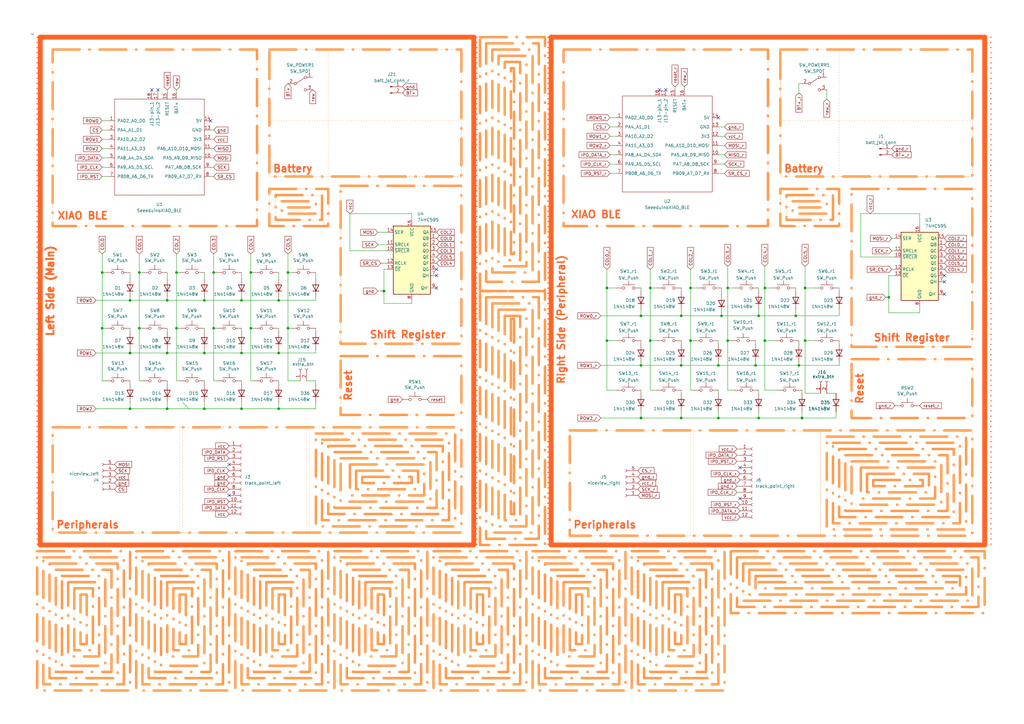
<source format=kicad_sch>
(kicad_sch (version 20231120) (generator "eeschema") (generator_version "8.0")
  (paper "A3")
  (title_block (title "LOCE ALDA") (rev "V1.0.0") (company "Nathan Bradshaw"))
  (junction (at 87.63 111.76))
  (junction (at 68.58 167.64))
  (junction (at 294.64 149.86))
  (junction (at 87.63 134.62))
  (junction (at 72.39 134.62))
  (junction (at 294.64 171.45))
  (junction (at 311.15 171.45))
  (junction (at 248.92 139.7))
  (junction (at 330.2 118.11))
  (junction (at 364.49 121.92))
  (junction (at 114.3 167.64))
  (junction (at 114.3 123.19))
  (junction (at 102.87 111.76))
  (junction (at 41.91 134.62))
  (junction (at 57.15 134.62))
  (junction (at 313.69 118.11))
  (junction (at 266.7 139.7))
  (junction (at 313.69 139.7))
  (junction (at 279.4 149.86))
  (junction (at 262.89 149.86))
  (junction (at 330.2 139.7))
  (junction (at 157.48 119.38))
  (junction (at 311.15 129.54))
  (junction (at 328.93 171.45))
  (junction (at 99.06 144.78))
  (junction (at 309.88 149.86))
  (junction (at 266.7 118.11))
  (junction (at 83.82 144.78))
  (junction (at 114.3 144.78))
  (junction (at 283.21 118.11))
  (junction (at 295.91 129.54))
  (junction (at 327.66 149.86))
  (junction (at 53.34 144.78))
  (junction (at 102.87 134.62))
  (junction (at 118.11 111.76))
  (junction (at 279.4 171.45))
  (junction (at 53.34 123.19))
  (junction (at 279.4 129.54))
  (junction (at 83.82 123.19))
  (junction (at 326.39 129.54))
  (junction (at 298.45 139.7))
  (junction (at 68.58 123.19))
  (junction (at 99.06 123.19))
  (junction (at 262.89 171.45))
  (junction (at 118.11 134.62))
  (junction (at 72.39 111.76))
  (junction (at 248.92 118.11))
  (junction (at 99.06 167.64))
  (junction (at 41.91 111.76))
  (junction (at 298.45 118.11))
  (junction (at 283.21 139.7))
  (junction (at 262.89 129.54))
  (junction (at 57.15 111.76))
  (junction (at 68.58 144.78))
  (junction (at 83.82 167.64))
  (junction (at 53.34 167.64))
  (no_connect (at 303.53 191.77))
  (no_connect (at 270.51 36.83))
  (no_connect (at 46.99 313.69))
  (no_connect (at 93.98 190.5))
  (no_connect (at 294.64 48.26))
  (no_connect (at 62.23 36.83))
  (no_connect (at 273.05 36.83))
  (no_connect (at 387.35 120.65))
  (no_connect (at 93.98 203.2))
  (no_connect (at 303.53 204.47))
  (no_connect (at 179.07 118.11))
  (no_connect (at 34.29 313.69))
  (no_connect (at 387.35 115.57))
  (no_connect (at 86.36 49.53))
  (no_connect (at 64.77 36.83))
  (no_connect (at 387.35 113.03))
  (no_connect (at 45.72 303.53))
  (no_connect (at 179.07 110.49))
  (no_connect (at 179.07 113.03))
  (no_connect (at 33.02 304.8))
  (bus_entry (at 431.8 92.71) (size 2.54 2.54))
  (bus_entry (at 74.93 165.1) (size 2.54 2.54))
  (wire (pts (xy 114.3 123.19) (xy 129.54 123.19)))
  (wire (pts (xy 41.91 72.39) (xy 44.45 72.39)))
  (wire (pts (xy 53.34 144.78) (xy 39.37 144.78)))
  (wire (pts (xy 87.63 68.58) (xy 86.36 68.58)))
  (wire (pts (xy 302.26 186.69) (xy 303.53 186.69)))
  (wire (pts (xy 72.39 111.76) (xy 72.39 134.62)))
  (wire (pts (xy 363.22 121.92) (xy 364.49 121.92)))
  (wire (pts (xy 129.54 111.76) (xy 129.54 114.3)))
  (wire (pts (xy 168.91 87.63) (xy 143.51 87.63)))
  (wire (pts (xy 129.54 156.21) (xy 129.54 157.48)))
  (wire (pts (xy 83.82 167.64) (xy 77.47 167.64)))
  (wire (pts (xy 344.17 118.11) (xy 344.17 119.38)))
  (wire (pts (xy 297.18 71.12) (xy 294.64 71.12)))
  (wire (pts (xy 41.91 64.77) (xy 44.45 64.77)))
  (wire (pts (xy 365.76 97.79) (xy 367.03 97.79)))
  (wire (pts (xy 313.69 118.11) (xy 316.23 118.11)))
  (wire (pts (xy 83.82 123.19) (xy 99.06 123.19)))
  (wire (pts (xy 353.06 105.41) (xy 353.06 87.63)))
  (wire (pts (xy 266.7 139.7) (xy 269.24 139.7)))
  (wire (pts (xy 248.92 118.11) (xy 248.92 139.7)))
  (wire (pts (xy 57.15 104.14) (xy 57.15 111.76)))
  (wire (pts (xy 266.7 118.11) (xy 266.7 139.7)))
  (wire (pts (xy 326.39 129.54) (xy 344.17 129.54)))
  (wire (pts (xy 297.18 59.69) (xy 294.64 59.69)))
  (wire (pts (xy 309.88 149.86) (xy 327.66 149.86)))
  (wire (pts (xy 72.39 134.62) (xy 73.66 134.62)))
  (wire (pts (xy 342.9 171.45) (xy 328.93 171.45)))
  (wire (pts (xy 353.06 87.63) (xy 377.19 87.63)))
  (wire (pts (xy 311.15 168.91) (xy 311.15 171.45)))
  (wire (pts (xy 246.38 149.86) (xy 262.89 149.86)))
  (wire (pts (xy 280.67 36.83) (xy 280.67 35.56)))
  (wire (pts (xy 39.37 167.64) (xy 53.34 167.64)))
  (wire (pts (xy 72.39 134.62) (xy 72.39 156.21)))
  (wire (pts (xy 114.3 134.62) (xy 114.3 135.89)))
  (wire (pts (xy 311.15 118.11) (xy 311.15 119.38)))
  (wire (pts (xy 41.91 111.76) (xy 41.91 134.62)))
  (wire (pts (xy 129.54 165.1) (xy 129.54 167.64)))
  (wire (pts (xy 294.64 171.45) (xy 311.15 171.45)))
  (wire (pts (xy 330.2 161.29) (xy 330.2 139.7)))
  (wire (pts (xy 294.64 149.86) (xy 309.88 149.86)))
  (wire (pts (xy 313.69 139.7) (xy 313.69 160.02)))
  (polyline (pts (xy 224.79 15.24) (xy 224.79 223.52)) (stroke (width 0.5) (type dot) (color 255 98 36 1)))
  (wire (pts (xy 279.4 118.11) (xy 279.4 119.38)))
  (wire (pts (xy 339.09 161.29) (xy 342.9 161.29)))
  (wire (pts (xy 279.4 148.59) (xy 279.4 149.86)))
  (wire (pts (xy 41.91 49.53) (xy 44.45 49.53)))
  (wire (pts (xy 118.11 104.14) (xy 118.11 111.76)))
  (wire (pts (xy 158.75 110.49) (xy 157.48 110.49)))
  (wire (pts (xy 248.92 160.02) (xy 252.73 160.02)))
  (wire (pts (xy 297.18 55.88) (xy 294.64 55.88)))
  (wire (pts (xy 297.18 67.31) (xy 294.64 67.31)))
  (wire (pts (xy 284.48 139.7) (xy 283.21 139.7)))
  (wire (pts (xy 154.94 100.33) (xy 158.75 100.33)))
  (wire (pts (xy 365.76 102.87) (xy 367.03 102.87)))
  (wire (pts (xy 297.18 52.07) (xy 294.64 52.07)))
  (wire (pts (xy 87.63 134.62) (xy 87.63 156.21)))
  (wire (pts (xy 262.89 160.02) (xy 262.89 161.29)))
  (wire (pts (xy 118.11 134.62) (xy 118.11 156.21)))
  (wire (pts (xy 156.21 107.95) (xy 158.75 107.95)))
  (wire (pts (xy 53.34 156.21) (xy 53.34 157.48)))
  (wire (pts (xy 328.93 160.02) (xy 328.93 161.29)))
  (wire (pts (xy 41.91 111.76) (xy 43.18 111.76)))
  (wire (pts (xy 157.48 110.49) (xy 157.48 119.38)))
  (wire (pts (xy 330.2 161.29) (xy 336.55 161.29)))
  (wire (pts (xy 83.82 111.76) (xy 83.82 114.3)))
  (wire (pts (xy 41.91 53.34) (xy 44.45 53.34)))
  (polyline (pts (xy 403.86 223.52) (xy 226.06 223.52)) (stroke (width 2) (color 255 98 36 1)))
  (wire (pts (xy 87.63 104.14) (xy 87.63 111.76)))
  (wire (pts (xy 364.49 128.27) (xy 377.19 128.27)))
  (wire (pts (xy 295.91 129.54) (xy 311.15 129.54)))
  (wire (pts (xy 87.63 64.77) (xy 86.36 64.77)))
  (wire (pts (xy 377.19 87.63) (xy 377.19 92.71)))
  (wire (pts (xy 246.38 129.54) (xy 262.89 129.54)))
  (wire (pts (xy 87.63 60.96) (xy 86.36 60.96)))
  (wire (pts (xy 68.58 156.21) (xy 68.58 157.48)))
  (wire (pts (xy 72.39 36.83) (xy 72.39 38.1)))
  (wire (pts (xy 279.4 168.91) (xy 279.4 171.45)))
  (wire (pts (xy 250.19 71.12) (xy 252.73 71.12)))
  (wire (pts (xy 68.58 165.1) (xy 68.58 167.64)))
  (wire (pts (xy 41.91 57.15) (xy 44.45 57.15)))
  (wire (pts (xy 298.45 109.22) (xy 298.45 118.11)))
  (wire (pts (xy 83.82 121.92) (xy 83.82 123.19)))
  (wire (pts (xy 279.4 129.54) (xy 262.89 129.54)))
  (wire (pts (xy 327.66 38.1) (xy 327.66 34.29)))
  (wire (pts (xy 377.19 128.27) (xy 377.19 125.73)))
  (wire (pts (xy 157.48 124.46) (xy 168.91 124.46)))
  (wire (pts (xy 262.89 171.45) (xy 279.4 171.45)))
  (wire (pts (xy 313.69 160.02) (xy 318.77 160.02)))
  (wire (pts (xy 295.91 128.27) (xy 295.91 129.54)))
  (wire (pts (xy 300.99 160.02) (xy 298.45 160.02)))
  (wire (pts (xy 154.94 119.38) (xy 157.48 119.38)))
  (wire (pts (xy 68.58 111.76) (xy 68.58 114.3)))
  (wire (pts (xy 330.2 139.7) (xy 334.01 139.7)))
  (wire (pts (xy 248.92 110.49) (xy 248.92 118.11)))
  (wire (pts (xy 53.34 165.1) (xy 53.34 167.64)))
  (wire (pts (xy 102.87 104.14) (xy 102.87 111.76)))
  (wire (pts (xy 41.91 60.96) (xy 44.45 60.96)))
  (wire (pts (xy 313.69 109.22) (xy 313.69 118.11)))
  (wire (pts (xy 294.64 139.7) (xy 294.64 140.97)))
  (wire (pts (xy 364.49 121.92) (xy 364.49 128.27)))
  (wire (pts (xy 114.3 167.64) (xy 99.06 167.64)))
  (wire (pts (xy 313.69 139.7) (xy 317.5 139.7)))
  (wire (pts (xy 87.63 53.34) (xy 86.36 53.34)))
  (polyline (pts (xy 226.06 15.24) (xy 403.86 15.24)) (stroke (width 2) (color 255 98 36 1)))
  (polyline (pts (xy 406.4 15.24) (xy 406.4 223.52)) (stroke (width 0.5) (type dot) (color 255 98 36 1)))
  (wire (pts (xy 168.91 124.46) (xy 168.91 123.19)))
  (wire (pts (xy 129.54 167.64) (xy 114.3 167.64)))
  (wire (pts (xy 302.26 199.39) (xy 303.53 199.39)))
  (wire (pts (xy 279.4 139.7) (xy 279.4 140.97)))
  (polyline (pts (xy 226.06 223.52) (xy 226.06 15.24)) (stroke (width 2) (color 255 98 36 1)))
  (wire (pts (xy 250.19 48.26) (xy 252.73 48.26)))
  (wire (pts (xy 283.21 139.7) (xy 283.21 118.11)))
  (wire (pts (xy 68.58 38.1) (xy 68.58 36.83)))
  (wire (pts (xy 143.51 102.87) (xy 158.75 102.87)))
  (wire (pts (xy 309.88 148.59) (xy 309.88 149.86)))
  (wire (pts (xy 367.03 113.03) (xy 364.49 113.03)))
  (wire (pts (xy 41.91 68.58) (xy 44.45 68.58)))
  (wire (pts (xy 157.48 119.38) (xy 157.48 124.46)))
  (wire (pts (xy 328.93 171.45) (xy 311.15 171.45)))
  (wire (pts (xy 250.19 63.5) (xy 252.73 63.5)))
  (wire (pts (xy 99.06 144.78) (xy 114.3 144.78)))
  (wire (pts (xy 294.64 168.91) (xy 294.64 171.45)))
  (wire (pts (xy 87.63 111.76) (xy 88.9 111.76)))
  (wire (pts (xy 250.19 67.31) (xy 252.73 67.31)))
  (wire (pts (xy 53.34 134.62) (xy 53.34 135.89)))
  (wire (pts (xy 330.2 139.7) (xy 330.2 118.11)))
  (wire (pts (xy 73.66 156.21) (xy 72.39 156.21)))
  (wire (pts (xy 68.58 121.92) (xy 68.58 123.19)))
  (wire (pts (xy 99.06 156.21) (xy 99.06 157.48)))
  (wire (pts (xy 299.72 139.7) (xy 298.45 139.7)))
  (wire (pts (xy 311.15 127) (xy 311.15 129.54)))
  (wire (pts (xy 279.4 129.54) (xy 295.91 129.54)))
  (wire (pts (xy 298.45 139.7) (xy 298.45 118.11)))
  (polyline (pts (xy 403.86 15.24) (xy 403.86 223.52)) (stroke (width 2) (type solid) (color 255 98 36 1)))
  (wire (pts (xy 327.66 34.29) (xy 328.93 34.29)))
  (wire (pts (xy 326.39 129.54) (xy 311.15 129.54)))
  (wire (pts (xy 283.21 118.11) (xy 285.75 118.11)))
  (wire (pts (xy 99.06 143.51) (xy 99.06 144.78)))
  (wire (pts (xy 41.91 134.62) (xy 41.91 156.21)))
  (wire (pts (xy 344.17 127) (xy 344.17 129.54)))
  (wire (pts (xy 53.34 144.78) (xy 68.58 144.78)))
  (wire (pts (xy 129.54 143.51) (xy 129.54 144.78)))
  (wire (pts (xy 83.82 143.51) (xy 83.82 144.78)))
  (wire (pts (xy 266.7 139.7) (xy 266.7 160.02)))
  (wire (pts (xy 87.63 72.39) (xy 86.36 72.39)))
  (polyline (pts (xy 16.51 15.24) (xy 194.31 15.24)) (stroke (width 2) (color 255 98 36 1)))
  (wire (pts (xy 246.38 171.45) (xy 262.89 171.45)))
  (polyline (pts (xy 16.51 15.24) (xy 194.31 15.24)) (stroke (width 1) (color 255 98 36 1)))
  (wire (pts (xy 88.9 156.21) (xy 87.63 156.21)))
  (wire (pts (xy 326.39 127) (xy 326.39 129.54)))
  (wire (pts (xy 83.82 144.78) (xy 99.06 144.78)))
  (wire (pts (xy 266.7 118.11) (xy 269.24 118.11)))
  (wire (pts (xy 302.26 189.23) (xy 303.53 189.23)))
  (wire (pts (xy 114.3 111.76) (xy 114.3 114.3)))
  (wire (pts (xy 330.2 118.11) (xy 334.01 118.11)))
  (wire (pts (xy 279.4 127) (xy 279.4 129.54)))
  (wire (pts (xy 327.66 139.7) (xy 327.66 140.97)))
  (wire (pts (xy 114.3 165.1) (xy 114.3 167.64)))
  (wire (pts (xy 302.26 201.93) (xy 303.53 201.93)))
  (wire (pts (xy 57.15 111.76) (xy 58.42 111.76)))
  (wire (pts (xy 279.4 160.02) (xy 279.4 161.29)))
  (wire (pts (xy 262.89 168.91) (xy 262.89 171.45)))
  (wire (pts (xy 297.18 63.5) (xy 294.64 63.5)))
  (wire (pts (xy 365.76 110.49) (xy 367.03 110.49)))
  (wire (pts (xy 168.91 90.17) (xy 168.91 87.63)))
  (wire (pts (xy 118.11 111.76) (xy 118.11 134.62)))
  (wire (pts (xy 283.21 139.7) (xy 283.21 160.02)))
  (wire (pts (xy 342.9 168.91) (xy 342.9 171.45)))
  (wire (pts (xy 99.06 123.19) (xy 114.3 123.19)))
  (wire (pts (xy 327.66 148.59) (xy 327.66 149.86)))
  (wire (pts (xy 99.06 165.1) (xy 99.06 167.64)))
  (wire (pts (xy 283.21 160.02) (xy 284.48 160.02)))
  (wire (pts (xy 129.54 134.62) (xy 129.54 135.89)))
  (wire (pts (xy 68.58 167.64) (xy 53.34 167.64)))
  (wire (pts (xy 41.91 104.14) (xy 41.91 111.76)))
  (wire (pts (xy 57.15 111.76) (xy 57.15 134.62)))
  (wire (pts (xy 143.51 87.63) (xy 143.51 102.87)))
  (polyline (pts (xy 15.24 15.24) (xy 15.24 223.52)) (stroke (width 0.5) (type dot) (color 255 98 36 1)))
  (wire (pts (xy 58.42 134.62) (xy 57.15 134.62)))
  (wire (pts (xy 344.17 148.59) (xy 344.17 149.86)))
  (wire (pts (xy 339.09 40.64) (xy 339.09 36.83)))
  (wire (pts (xy 68.58 144.78) (xy 83.82 144.78)))
  (wire (pts (xy 248.92 139.7) (xy 252.73 139.7)))
  (wire (pts (xy 68.58 143.51) (xy 68.58 144.78)))
  (wire (pts (xy 114.3 144.78) (xy 129.54 144.78)))
  (wire (pts (xy 326.39 118.11) (xy 326.39 119.38)))
  (wire (pts (xy 250.19 55.88) (xy 252.73 55.88)))
  (wire (pts (xy 283.21 110.49) (xy 283.21 118.11)))
  (wire (pts (xy 57.15 134.62) (xy 57.15 156.21)))
  (wire (pts (xy 279.4 149.86) (xy 294.64 149.86)))
  (wire (pts (xy 125.73 156.21) (xy 129.54 156.21)))
  (wire (pts (xy 118.11 111.76) (xy 119.38 111.76)))
  (wire (pts (xy 53.34 111.76) (xy 53.34 114.3)))
  (wire (pts (xy 114.3 121.92) (xy 114.3 123.19)))
  (wire (pts (xy 279.4 171.45) (xy 294.64 171.45)))
  (wire (pts (xy 330.2 109.22) (xy 330.2 118.11)))
  (wire (pts (xy 262.89 148.59) (xy 262.89 149.86)))
  (wire (pts (xy 154.94 95.25) (xy 158.75 95.25)))
  (wire (pts (xy 64.77 36.83) (xy 64.77 38.1)))
  (wire (pts (xy 328.93 168.91) (xy 328.93 171.45)))
  (wire (pts (xy 39.37 123.19) (xy 53.34 123.19)))
  (wire (pts (xy 353.06 105.41) (xy 367.03 105.41)))
  (polyline (pts (xy 195.58 15.24) (xy 195.58 223.52)) (stroke (width 0.5) (type dot) (color 255 98 36 1)))
  (wire (pts (xy 68.58 134.62) (xy 68.58 135.89)))
  (wire (pts (xy 72.39 104.14) (xy 72.39 111.76)))
  (wire (pts (xy 53.34 123.19) (xy 53.34 121.92)))
  (wire (pts (xy 88.9 134.62) (xy 87.63 134.62)))
  (wire (pts (xy 129.54 121.92) (xy 129.54 123.19)))
  (wire (pts (xy 102.87 134.62) (xy 102.87 156.21)))
  (wire (pts (xy 99.06 121.92) (xy 99.06 123.19)))
  (wire (pts (xy 118.11 156.21) (xy 123.19 156.21)))
  (wire (pts (xy 99.06 111.76) (xy 99.06 114.3)))
  (wire (pts (xy 68.58 123.19) (xy 83.82 123.19)))
  (wire (pts (xy 344.17 139.7) (xy 344.17 140.97)))
  (wire (pts (xy 114.3 143.51) (xy 114.3 144.78)))
  (wire (pts (xy 102.87 111.76) (xy 102.87 134.62)))
  (wire (pts (xy 62.23 36.83) (xy 62.23 38.1)))
  (wire (pts (xy 276.86 36.83) (xy 276.86 35.56)))
  (wire (pts (xy 83.82 134.62) (xy 83.82 135.89)))
  (wire (pts (xy 68.58 123.19) (xy 53.34 123.19)))
  (wire (pts (xy 313.69 118.11) (xy 313.69 139.7)))
  (wire (pts (xy 104.14 156.21) (xy 102.87 156.21)))
  (wire (pts (xy 43.18 134.62) (xy 41.91 134.62)))
  (wire (pts (xy 298.45 118.11) (xy 300.99 118.11)))
  (wire (pts (xy 295.91 118.11) (xy 295.91 120.65)))
  (wire (pts (xy 99.06 134.62) (xy 99.06 135.89)))
  (wire (pts (xy 294.64 160.02) (xy 294.64 161.29)))
  (wire (pts (xy 248.92 118.11) (xy 252.73 118.11)))
  (wire (pts (xy 87.63 111.76) (xy 87.63 134.62)))
  (wire (pts (xy 364.49 113.03) (xy 364.49 121.92)))
  (wire (pts (xy 302.26 184.15) (xy 303.53 184.15)))
  (wire (pts (xy 83.82 156.21) (xy 83.82 157.48)))
  (wire (pts (xy 294.64 148.59) (xy 294.64 149.86)))
  (wire (pts (xy 58.42 156.21) (xy 57.15 156.21)))
  (polyline (pts (xy 12.7 13.97) (xy 13.97 13.97)))
  (wire (pts (xy 250.19 59.69) (xy 252.73 59.69)))
  (wire (pts (xy 102.87 111.76) (xy 104.14 111.76)))
  (polyline (pts (xy 194.31 15.24) (xy 194.31 223.52)) (stroke (width 2) (type solid) (color 255 98 36 1)))
  (wire (pts (xy 262.89 118.11) (xy 262.89 119.38)))
  (wire (pts (xy 344.17 149.86) (xy 327.66 149.86)))
  (wire (pts (xy 43.18 156.21) (xy 41.91 156.21)))
  (polyline (pts (xy 194.31 223.52) (xy 16.51 223.52)) (stroke (width 2) (color 255 98 36 1)))
  (wire (pts (xy 104.14 134.62) (xy 102.87 134.62)))
  (wire (pts (xy 119.38 134.62) (xy 118.11 134.62)))
  (wire (pts (xy 266.7 110.49) (xy 266.7 118.11)))
  (wire (pts (xy 77.47 167.64) (xy 68.58 167.64)))
  (wire (pts (xy 83.82 165.1) (xy 83.82 167.64)))
  (wire (pts (xy 262.89 129.54) (xy 262.89 127)))
  (wire (pts (xy 311.15 160.02) (xy 311.15 161.29)))
  (wire (pts (xy 262.89 149.86) (xy 279.4 149.86)))
  (wire (pts (xy 309.88 139.7) (xy 309.88 140.97)))
  (wire (pts (xy 266.7 160.02) (xy 269.24 160.02)))
  (wire (pts (xy 250.19 52.07) (xy 252.73 52.07)))
  (wire (pts (xy 248.92 160.02) (xy 248.92 139.7)))
  (wire (pts (xy 99.06 167.64) (xy 83.82 167.64)))
  (wire (pts (xy 298.45 160.02) (xy 298.45 139.7)))
  (wire (pts (xy 72.39 111.76) (xy 73.66 111.76)))
  (wire (pts (xy 87.63 57.15) (xy 86.36 57.15)))
  (wire (pts (xy 114.3 156.21) (xy 114.3 157.48)))
  (polyline (pts (xy 16.51 223.52) (xy 16.51 15.24)) (stroke (width 2) (color 255 98 36 1)))
  (wire (pts (xy 262.89 139.7) (xy 262.89 140.97)))
  (wire (pts (xy 53.34 144.78) (xy 53.34 143.51)))
  (rectangle (start 204.47 127) (end 215.9 215.9) (stroke (width 1) (type dash_dot) (color 255 151 74 1)))
  (rectangle (start 113.03 80.01) (end 132.08 90.17) (stroke (width 1) (type dash_dot) (color 255 151 74 1)))
  (rectangle (start 346.71 186.69) (end 388.62 209.55) (stroke (width 1) (type dash_dot) (color 255 151 74 1)))
  (rectangle (start 148.59 195.58) (end 168.91 198.12) (stroke (width 1) (type dash_dot) (color 255 151 74 1)))
  (rectangle (start 231.14 20.32) (end 314.96 92.71) (stroke (width 0.25) (type dot) (color 255 151 74 1)))
  (rectangle (start 196.85 15.24) (end 223.52 119.38) (stroke (width 1) (type dash_dot) (color 255 151 74 1)))
  (rectangle (start 147.32 273.05) (end 165.1 236.22) (stroke (width 1) (type dash_dot) (color 255 151 74 1)))
  (rectangle (start 21.59 20.32) (end 105.41 92.71) (stroke (width 0.25) (type dot) (color 255 151 74 1)))
  (rectangle (start 143.51 190.5) (end 173.99 203.2) (stroke (width 1) (type dash_dot) (color 255 151 74 1)))
  (rectangle (start 228.6 273.05) (end 246.38 236.22) (stroke (width 1) (type dash_dot) (color 255 151 74 1)))
  (rectangle (start 269.24 273.05) (end 287.02 236.22) (stroke (width 1) (type dash_dot) (color 255 151 74 1)))
  (rectangle (start 149.86 269.24) (end 162.56 238.76) (stroke (width 1) (type dash_dot) (color 255 151 74 1)))
  (rectangle (start 209.55 130.81) (end 210.82 210.82) (stroke (width 1) (type dash_dot) (color 255 151 74 1)))
  (rectangle (start 110.49 77.47) (end 134.62 92.71) (stroke (width 1) (type dash_dot) (color 255 151 74 1)))
  (rectangle (start 201.93 124.46) (end 218.44 218.44) (stroke (width 1) (type dash_dot) (color 255 151 74 1)))
  (rectangle (start 320.04 77.47) (end 344.17 92.71) (stroke (width 1) (type dash_dot) (color 255 151 74 1)))
  (rectangle (start 320.04 77.47) (end 344.17 92.71) (stroke (width 0.25) (type dot) (color 255 151 74 1)))
  (rectangle (start 55.88 283.21) (end 93.98 226.06) (stroke (width 1) (type dash_dot) (color 255 151 74 1)))
  (rectangle (start 349.25 189.23) (end 386.08 207.01) (stroke (width 1) (type dash_dot) (color 255 151 74 1)))
  (rectangle (start 139.7 76.2) (end 189.23 140.97) (stroke (width 1) (type dash_dot) (color 255 151 74 1)))
  (rectangle (start 68.58 269.24) (end 81.28 238.76) (stroke (width 1) (type dash_dot) (color 255 151 74 1)))
  (rectangle (start 132.08 180.34) (end 184.15 213.36) (stroke (width 1) (type dash_dot) (color 255 151 74 1)))
  (rectangle (start 154.94 264.16) (end 157.48 243.84) (stroke (width 1) (type dash_dot) (color 255 151 74 1)))
  (rectangle (start 15.24 283.21) (end 53.34 226.06) (stroke (width 1) (type dash_dot) (color 255 151 74 1)))
  (rectangle (start 129.54 177.8) (end 186.69 215.9) (stroke (width 1) (type dash_dot) (color 255 151 74 1)))
  (rectangle (start 73.66 175.26) (end 127 218.44) (stroke (width 0.25) (type dot) (color 255 151 74 1)))
  (rectangle (start 25.4 273.05) (end 43.18 236.22) (stroke (width 1) (type dash_dot) (color 255 151 74 1)))
  (rectangle (start 134.62 49.53) (end 189.23 72.39) (stroke (width 0.25) (type dot) (color 255 151 74 1)))
  (rectangle (start 21.59 175.26) (end 74.93 218.44) (stroke (width 0.25) (type dot) (color 255 151 74 1)))
  (rectangle (start 22.86 275.59) (end 45.72 233.68) (stroke (width 1) (type dash_dot) (color 255 151 74 1)))
  (rectangle (start 325.12 82.55) (end 339.09 87.63) (stroke (width 1) (type dash_dot) (color 255 151 74 1)))
  (rectangle (start 307.34 233.68) (end 396.24 243.84) (stroke (width 1) (type dash_dot) (color 255 151 74 1)))
  (rectangle (start 266.7 233.68) (end 289.56 275.59) (stroke (width 1) (type dash_dot) (color 255 151 74 1)))
  (rectangle (start 193.04 266.7) (end 200.66 241.3) (stroke (width 1) (type dash_dot) (color 255 151 74 1)))
  (rectangle (start 320.04 20.32) (end 398.78 72.39) (stroke (width 1) (type dash_dot) (color 255 151 74 1)))
  (rectangle (start 63.5 275.59) (end 86.36 233.68) (stroke (width 1) (type dash_dot) (color 255 151 74 1)))
  (rectangle (start 344.17 49.53) (end 398.78 72.39) (stroke (width 0.25) (type dot) (color 255 151 74 1)))
  (rectangle (start 113.03 80.01) (end 132.08 90.17) (stroke (width 0.25) (type dot) (color 255 151 74 1)))
  (rectangle (start 199.39 121.92) (end 220.98 220.98) (stroke (width 1) (type dash_dot) (color 255 151 74 1)))
  (rectangle (start 236.22 264.16) (end 238.76 243.84) (stroke (width 1) (type dash_dot) (color 255 151 74 1)))
  (rectangle (start 27.94 269.24) (end 40.64 238.76) (stroke (width 1) (type dash_dot) (color 255 151 74 1)))
  (rectangle (start 271.78 269.24) (end 284.48 238.76) (stroke (width 1) (type dash_dot) (color 255 151 74 1)))
  (rectangle (start 349.25 147.32) (end 398.78 171.45) (stroke (width 1) (type dash_dot) (color 255 151 74 1)))
  (rectangle (start 139.7 280.67) (end 172.72 228.6) (stroke (width 1) (type dash_dot) (color 255 151 74 1)))
  (rectangle (start 144.78 275.59) (end 167.64 233.68) (stroke (width 1) (type dash_dot) (color 255 151 74 1)))
  (rectangle (start 207.01 129.54) (end 213.36 213.36) (stroke (width 1) (type dash_dot) (color 255 151 74 1)))
  (rectangle (start 30.48 266.7) (end 38.1 241.3) (stroke (width 1) (type dash_dot) (color 255 151 74 1)))
  (rectangle (start 309.88 236.22) (end 393.7 241.3) (stroke (width 1) (type dash_dot) (color 255 151 74 1)))
  (rectangle (start 96.52 283.21) (end 134.62 226.06) (stroke (width 1) (type dash_dot) (color 255 151 74 1)))
  (rectangle (start 71.12 266.7) (end 78.74 241.3) (stroke (width 1) (type dash_dot) (color 255 151 74 1)))
  (rectangle (start 125.73 175.26) (end 189.23 218.44) (stroke (width 0.25) (type dot) (color 255 151 74 1)))
  (rectangle (start 137.16 283.21) (end 175.26 226.06) (stroke (width 1) (type dash_dot) (color 255 151 74 1)))
  (rectangle (start 201.93 20.32) (end 218.44 111.76) (stroke (width 1) (type dash_dot) (color 255 151 74 1)))
  (rectangle (start 349.25 147.32) (end 398.78 171.45) (stroke (width 0.25) (type dot) (color 255 151 74 1)))
  (rectangle (start 110.49 20.32) (end 134.62 49.53) (stroke (width 0.25) (type dot) (color 255 151 74 1)))
  (rectangle (start 209.55 27.94) (end 210.82 104.14) (stroke (width 1) (type dash_dot) (color 255 151 74 1)))
  (rectangle (start 344.17 184.15) (end 391.16 212.09) (stroke (width 1) (type dash_dot) (color 255 151 74 1)))
  (rectangle (start 276.86 264.16) (end 279.4 243.84) (stroke (width 1) (type dash_dot) (color 255 151 74 1)))
  (rectangle (start 349.25 77.47) (end 398.78 142.24) (stroke (width 0.25) (type dot) (color 255 151 74 1)))
  (rectangle (start 353.06 191.77) (end 383.54 204.47) (stroke (width 1) (type dash_dot) (color 255 151 74 1)))
  (rectangle (start 139.7 187.96) (end 176.53 205.74) (stroke (width 1) (type dash_dot) (color 255 151 74 1)))
  (rectangle (start 261.62 280.67) (end 294.64 228.6) (stroke (width 1) (type dash_dot) (color 255 151 74 1)))
  (rectangle (start 320.04 20.32) (end 344.17 49.53) (stroke (width 0.25) (type dot) (color 255 151 74 1)))
  (rectangle (start 199.39 17.78) (end 220.98 115.57) (stroke (width 1) (type dash_dot) (color 255 151 74 1)))
  (rectangle (start 177.8 283.21) (end 215.9 226.06) (stroke (width 1) (type dash_dot) (color 255 151 74 1)))
  (rectangle (start 21.59 175.26) (end 189.23 218.44) (stroke (width 1) (type dash_dot) (color 255 151 74 1)))
  (rectangle (start 195.58 264.16) (end 198.12 243.84) (stroke (width 1) (type dash_dot) (color 255 151 74 1)))
  (rectangle (start 311.15 238.76) (end 392.43 238.76) (stroke (width 1) (type dash_dot) (color 255 151 74 1)))
  (rectangle (start 111.76 266.7) (end 119.38 241.3) (stroke (width 1) (type dash_dot) (color 255 151 74 1)))
  (rectangle (start 322.58 80.01) (end 341.63 90.17) (stroke (width 1) (type dash_dot) (color 255 151 74 1)))
  (rectangle (start 66.04 273.05) (end 83.82 236.22) (stroke (width 1) (type dash_dot) (color 255 151 74 1)))
  (rectangle (start 283.21 176.53) (end 336.55 219.71) (stroke (width 0.25) (type dot) (color 255 151 74 1)))
  (rectangle (start 109.22 269.24) (end 121.92 238.76) (stroke (width 1) (type dash_dot) (color 255 151 74 1)))
  (rectangle (start 207.01 25.4) (end 213.36 106.68) (stroke (width 1) (type dash_dot) (color 255 151 74 1)))
  (rectangle (start 20.32 278.13) (end 48.26 231.14) (stroke (width 1) (type dash_dot) (color 255 151 74 1)))
  (rectangle (start 190.5 269.24) (end 203.2 238.76) (stroke (width 1) (type dash_dot) (color 255 151 74 1)))
  (rectangle (start 341.63 181.61) (end 393.7 214.63) (stroke (width 1) (type dash_dot) (color 255 151 74 1)))
  (rectangle (start 142.24 278.13) (end 170.18 231.14) (stroke (width 1) (type dash_dot) (color 255 151 74 1)))
  (rectangle (start 180.34 280.67) (end 213.36 228.6) (stroke (width 1) (type dash_dot) (color 255 151 74 1)))
  (rectangle (start 99.06 280.67) (end 132.08 228.6) (stroke (width 1) (type dash_dot) (color 255 151 74 1)))
  (rectangle (start 21.59 20.32) (end 105.41 92.71) (stroke (width 1) (type dash_dot) (color 255 151 74 1)))
  (rectangle (start 185.42 233.68) (end 208.28 275.59) (stroke (width 1) (type dash_dot) (color 255 151 74 1)))
  (rectangle (start 320.04 20.32) (end 398.78 72.39) (stroke (width 0.25) (type dot) (color 255 151 74 1)))
  (rectangle (start 226.06 275.59) (end 248.92 233.68) (stroke (width 1) (type dash_dot) (color 255 151 74 1)))
  (rectangle (start 152.4 266.7) (end 160.02 241.3) (stroke (width 1) (type dash_dot) (color 255 151 74 1)))
  (rectangle (start 233.68 176.53) (end 284.48 219.71) (stroke (width 0.25) (type dot) (color 255 151 74 1)))
  (rectangle (start 73.66 264.16) (end 76.2 243.84) (stroke (width 1) (type dash_dot) (color 255 151 74 1)))
  (rectangle (start 302.26 228.6) (end 401.32 248.92) (stroke (width 1) (type dash_dot) (color 255 151 74 1)))
  (rectangle (start 110.49 20.32) (end 189.23 72.39) (stroke (width 1) (type dash_dot) (color 255 151 74 1)))
  (rectangle (start 299.72 226.06) (end 403.86 251.46) (stroke (width 1) (type dash_dot) (color 255 151 74 1)))
  (rectangle (start 139.7 146.05) (end 189.23 170.18) (stroke (width 0.25) (type dot) (color 255 151 74 1)))
  (rectangle (start 264.16 231.14) (end 292.1 278.13) (stroke (width 1) (type dash_dot) (color 255 151 74 1)))
  (rectangle (start 60.96 278.13) (end 88.9 231.14) (stroke (width 1) (type dash_dot) (color 255 151 74 1)))
  (rectangle (start 231.14 20.32) (end 314.96 92.71) (stroke (width 1) (type dash_dot) (color 255 151 74 1)))
  (rectangle (start 110.49 20.32) (end 189.23 72.39) (stroke (width 0.25) (type dot) (color 255 151 74 1)))
  (rectangle (start 114.3 264.16) (end 116.84 243.84) (stroke (width 1) (type dash_dot) (color 255 151 74 1)))
  (rectangle (start 233.68 176.53) (end 398.78 219.71) (stroke (width 1) (type dash_dot) (color 255 151 74 1)))
  (rectangle (start 139.7 76.2) (end 189.23 140.97) (stroke (width 0.25) (type dot) (color 255 151 74 1)))
  (rectangle (start 204.47 22.86) (end 215.9 109.22) (stroke (width 1) (type dash_dot) (color 255 151 74 1)))
  (rectangle (start 17.78 280.67) (end 50.8 228.6) (stroke (width 1) (type dash_dot) (color 255 151 74 1)))
  (rectangle (start 118.11 85.09) (end 127 85.09) (stroke (width 1) (type dash_dot) (color 255 151 74 1)))
  (rectangle (start 115.57 82.55) (end 129.54 87.63) (stroke (width 1) (type dash_dot) (color 255 151 74 1)))
  (rectangle (start 106.68 273.05) (end 124.46 236.22) (stroke (width 1) (type dash_dot) (color 255 151 74 1)))
  (rectangle (start 274.32 266.7) (end 281.94 241.3) (stroke (width 1) (type dash_dot) (color 255 151 74 1)))
  (rectangle (start 134.62 182.88) (end 181.61 210.82) (stroke (width 1) (type dash_dot) (color 255 151 74 1)))
  (rectangle (start 231.14 269.24) (end 243.84 238.76) (stroke (width 1) (type dash_dot) (color 255 151 74 1)))
  (rectangle (start 327.66 85.09) (end 336.55 85.09) (stroke (width 1) (type dash_dot) (color 255 151 74 1)))
  (rectangle (start 137.16 185.42) (end 179.07 208.28) (stroke (width 1) (type dash_dot) (color 255 151 74 1)))
  (rectangle (start 101.6 278.13) (end 129.54 231.14) (stroke (width 1) (type dash_dot) (color 255 151 74 1)))
  (rectangle (start 358.14 196.85) (end 378.46 199.39) (stroke (width 1) (type dash_dot) (color 255 151 74 1)))
  (rectangle (start 259.08 283.21) (end 297.18 226.06) (stroke (width 1) (type dash_dot) (color 255 151 74 1)))
  (rectangle (start 182.88 278.13) (end 210.82 231.14) (stroke (width 1) (type dash_dot) (color 255 151 74 1)))
  (rectangle (start 218.44 283.21) (end 256.54 226.06) (stroke (width 1) (type dash_dot) (color 255 151 74 1)))
  (rectangle (start 355.6 194.31) (end 381 201.93) (stroke (width 1) (type dash_dot) (color 255 151 74 1)))
  (rectangle (start 220.98 280.67) (end 254 228.6) (stroke (width 1) (type dash_dot) (color 255 151 74 1)))
  (rectangle (start 322.58 80.01) (end 341.63 90.17) (stroke (width 0.25) (type dot) (color 255 151 74 1)))
  (rectangle (start 187.96 273.05) (end 205.74 236.22) (stroke (width 1) (type dash_dot) (color 255 151 74 1)))
  (rectangle (start 58.42 280.67) (end 91.44 228.6) (stroke (width 1) (type dash_dot) (color 255 151 74 1)))
  (rectangle (start 139.7 146.05) (end 189.23 170.18) (stroke (width 1) (type dash_dot) (color 255 151 74 1)))
  (rectangle (start 33.02 264.16) (end 35.56 243.84) (stroke (width 1) (type dash_dot) (color 255 151 74 1)))
  (rectangle (start 339.09 179.07) (end 396.24 217.17) (stroke (width 1) (type dash_dot) (color 255 151 74 1)))
  (rectangle (start 349.25 77.47) (end 398.78 142.24) (stroke (width 1) (type dash_dot) (color 255 151 74 1)))
  (rectangle (start 110.49 77.47) (end 134.62 92.71) (stroke (width 0.25) (type dot) (color 255 151 74 1)))
  (rectangle (start 104.14 275.59) (end 127 233.68) (stroke (width 1) (type dash_dot) (color 255 151 74 1)))
  (rectangle (start 336.55 176.53) (end 398.78 219.71) (stroke (width 0.25) (type dot) (color 255 151 74 1)))
  (rectangle (start 196.85 119.38) (end 223.52 223.52) (stroke (width 1) (type dash_dot) (color 255 151 74 1)))
  (rectangle (start 304.8 231.14) (end 398.78 246.38) (stroke (width 1) (type dash_dot) (color 255 151 74 1)))
  (rectangle (start 223.52 278.13) (end 251.46 231.14) (stroke (width 1) (type dash_dot) (color 255 151 74 1)))
  (rectangle (start 233.68 266.7) (end 241.3 241.3) (stroke (width 1) (type dash_dot) (color 255 151 74 1)))
  (rectangle (start 146.05 193.04) (end 171.45 200.66) (stroke (width 1) (type dash_dot) (color 255 151 74 1)))
  (text "Peripherals" (at 234.95 217.17 0) (effects (font (size 2.9972 2.9972) (thickness 0.5994) (bold yes)) (justify left bottom)))
  (text "Right Side (Peripheral)" (at 231.902 157.988 90) (effects (font (size 2.9972 2.9972) (thickness 0.5994) (bold yes)) (justify left bottom)))
  (text "XIAO BLE" (at 23.368 90.424 0) (effects (font (size 2.9972 2.9972) (thickness 0.5994) (bold yes)) (justify left bottom)))
  (text "Battery" (at 321.31 71.12 0) (effects (font (size 2.9972 2.9972) (thickness 0.5994) (bold yes)) (justify left bottom)))
  (text "Left Side (Main)" (at 22.352 138.43 90) (effects (font (size 3 3) (thickness 1) (bold yes)) (justify left bottom)))
  (text "Shift Register" (at 358.14 140.462 0) (effects (font (size 2.9972 2.9972) (thickness 0.5994) (bold yes)) (justify left bottom)))
  (text "Reset" (at 144.526 164.846 90) (effects (font (size 2.9972 2.9972) (thickness 0.5994) (bold yes)) (justify left bottom)))
  (text "Shift Register" (at 151.384 139.192 0) (effects (font (size 2.9972 2.9972) (thickness 0.5994) (bold yes)) (justify left bottom)))
  (text "XIAO BLE" (at 233.934 89.916 0) (effects (font (size 2.9972 2.9972) (thickness 0.5994) (bold yes)) (justify left bottom)))
  (text "Battery" (at 111.76 71.12 0) (effects (font (size 2.9972 2.9972) (thickness 0.5994) (bold yes)) (justify left bottom)))
  (text "Peripherals" (at 22.86 217.17 0) (effects (font (size 2.9972 2.9972) (thickness 0.5994) (bold yes)) (justify left bottom)))
  (text "Reset" (at 354.33 166.116 90) (effects (font (size 2.9972 2.9972) (thickness 0.5994) (bold yes)) (justify left bottom)))
  (global_label "IPD_CLK" (shape input) (at 41.91 68.58 180) (property "Intersheetrefs" "${INTERSHEET_REFS}" (effects (hide yes))))
  (global_label "COL0" (shape input) (at 179.07 97.79 0) (property "Intersheetrefs" "${INTERSHEET_REFS}" (effects (hide yes))))
  (global_label "gnd_r" (shape input) (at 261.62 195.58 0) (property "Intersheetrefs" "${INTERSHEET_REFS}" (effects (hide yes))))
  (global_label "IPD_DATA_r" (shape input) (at 250.19 63.5 180) (property "Intersheetrefs" "${INTERSHEET_REFS}" (effects (hide yes))))
  (global_label "IPD_DATA" (shape input) (at 93.98 208.28 180) (property "Intersheetrefs" "${INTERSHEET_REFS}" (effects (hide yes))))
  (global_label "IPD_DATA_r" (shape input) (at 303.53 209.55 180) (property "Intersheetrefs" "${INTERSHEET_REFS}" (effects (hide yes))))
  (global_label "SCK" (shape input) (at 154.94 100.33 180) (property "Intersheetrefs" "${INTERSHEET_REFS}" (effects (hide yes))))
  (global_label "gnd" (shape input) (at 165.1 163.83 180) (property "Intersheetrefs" "${INTERSHEET_REFS}" (effects (hide yes))))
  (global_label "COL5_r" (shape input) (at 330.2 109.22 90) (property "Intersheetrefs" "${INTERSHEET_REFS}" (effects (hide yes))))
  (global_label "vcc_r" (shape input) (at 303.53 212.09 180) (property "Intersheetrefs" "${INTERSHEET_REFS}" (effects (hide yes))))
  (global_label "vcc" (shape input) (at 87.63 57.15 0) (property "Intersheetrefs" "${INTERSHEET_REFS}" (effects (hide yes))))
  (global_label "IPD_CLK_r" (shape input) (at 250.19 67.31 180) (property "Intersheetrefs" "${INTERSHEET_REFS}" (effects (hide yes))))
  (global_label "reset" (shape input) (at 175.26 163.83 0) (property "Intersheetrefs" "${INTERSHEET_REFS}" (effects (hide yes))))
  (global_label "MISO" (shape input) (at 87.63 60.96 0) (property "Intersheetrefs" "${INTERSHEET_REFS}" (effects (hide yes))))
  (global_label "vcc_r" (shape input) (at 261.62 198.12 0) (property "Intersheetrefs" "${INTERSHEET_REFS}" (effects (hide yes))))
  (global_label "IPD_CLK_r" (shape input) (at 303.53 194.31 180) (property "Intersheetrefs" "${INTERSHEET_REFS}" (effects (hide yes))))
  (global_label "gnd" (shape input) (at 93.98 198.12 180) (property "Intersheetrefs" "${INTERSHEET_REFS}" (effects (hide yes))))
  (global_label "SR_CS" (shape input) (at 87.63 72.39 0) (property "Intersheetrefs" "${INTERSHEET_REFS}" (effects (hide yes))))
  (global_label "SCK" (shape input) (at 87.63 68.58 0) (property "Intersheetrefs" "${INTERSHEET_REFS}" (effects (hide yes))))
  (global_label "BT+_r" (shape input) (at 365.76 63.5 0) (property "Intersheetrefs" "${INTERSHEET_REFS}" (effects (hide yes))))
  (global_label "COL0" (shape input) (at 41.91 104.14 90) (property "Intersheetrefs" "${INTERSHEET_REFS}" (effects (hide yes))))
  (global_label "CS" (shape input) (at 41.91 53.34 180) (property "Intersheetrefs" "${INTERSHEET_REFS}" (effects (hide yes))))
  (global_label "COL2" (shape input) (at 179.07 95.25 0) (property "Intersheetrefs" "${INTERSHEET_REFS}" (effects (hide yes))))
  (global_label "IPD_DATA_r" (shape input) (at 302.26 186.69 180) (property "Intersheetrefs" "${INTERSHEET_REFS}" (effects (hide yes))))
  (global_label "COL1_r" (shape input) (at 387.35 102.87 0) (property "Intersheetrefs" "${INTERSHEET_REFS}" (effects (hide yes))))
  (global_label "IPD_DATA" (shape input) (at 41.91 64.77 180) (property "Intersheetrefs" "${INTERSHEET_REFS}" (effects (hide yes))))
  (global_label "MOSI_r" (shape input) (at 297.18 59.69 0) (property "Intersheetrefs" "${INTERSHEET_REFS}" (effects (hide yes))))
  (global_label "BT+" (shape input) (at 165.1 38.1 0) (property "Intersheetrefs" "${INTERSHEET_REFS}" (effects (hide yes))))
  (global_label "MOSI" (shape input) (at 87.63 64.77 0) (property "Intersheetrefs" "${INTERSHEET_REFS}" (effects (hide yes))))
  (global_label "SR_CS_r" (shape input) (at 365.76 110.49 180) (property "Intersheetrefs" "${INTERSHEET_REFS}" (effects (hide yes))))
  (global_label "reset_r" (shape input) (at 276.86 35.56 90) (property "Intersheetrefs" "${INTERSHEET_REFS}" (effects (hide yes))))
  (global_label "COL3" (shape input) (at 87.63 104.14 90) (property "Intersheetrefs" "${INTERSHEET_REFS}" (effects (hide yes))))
  (global_label "SCK_r" (shape input) (at 261.62 200.66 0) (property "Intersheetrefs" "${INTERSHEET_REFS}" (effects (hide yes))))
  (global_label "CS" (shape input) (at 46.99 200.66 0) (property "Intersheetrefs" "${INTERSHEET_REFS}" (effects (hide yes))))
  (global_label "MISO_r" (shape input) (at 297.18 63.5 0) (property "Intersheetrefs" "${INTERSHEET_REFS}" (effects (hide yes))))
  (global_label "ROW1" (shape input) (at 41.91 57.15 180) (property "Intersheetrefs" "${INTERSHEET_REFS}" (effects (hide yes))))
  (global_label "IPD_CLK" (shape input) (at 93.98 193.04 180) (property "Intersheetrefs" "${INTERSHEET_REFS}" (effects (hide yes))))
  (global_label "COL1" (shape input) (at 57.15 104.14 90) (property "Intersheetrefs" "${INTERSHEET_REFS}" (effects (hide yes))))
  (global_label "vcc_r" (shape input) (at 297.18 55.88 0) (property "Intersheetrefs" "${INTERSHEET_REFS}" (effects (hide yes))))
  (global_label "ROW2_r" (shape input) (at 246.38 171.45 180) (property "Intersheetrefs" "${INTERSHEET_REFS}" (effects (hide yes))))
  (global_label "COL1" (shape input) (at 179.07 100.33 0) (property "Intersheetrefs" "${INTERSHEET_REFS}" (effects (hide yes))))
  (global_label "MOSI_r" (shape input) (at 365.76 97.79 180) (property "Intersheetrefs" "${INTERSHEET_REFS}" (effects (hide yes))))
  (global_label "MOSI_r" (shape input) (at 261.62 203.2 0) (property "Intersheetrefs" "${INTERSHEET_REFS}" (effects (hide yes))))
  (global_label "COL2_r" (shape input) (at 283.21 110.49 90) (property "Intersheetrefs" "${INTERSHEET_REFS}" (effects (hide yes))))
  (global_label "gnd" (shape input) (at 154.94 119.38 180) (property "Intersheetrefs" "${INTERSHEET_REFS}" (effects (hide yes))))
  (global_label "ROW1" (shape input) (at 39.37 144.78 180) (property "Intersheetrefs" "${INTERSHEET_REFS}" (effects (hide yes))))
  (global_label "reset" (shape input) (at 68.58 36.83 90) (property "Intersheetrefs" "${INTERSHEET_REFS}" (effects (hide yes))))
  (global_label "ROW0_r" (shape input) (at 246.38 129.54 180) (property "Intersheetrefs" "${INTERSHEET_REFS}" (effects (hide yes))))
  (global_label "vcc" (shape input) (at 93.98 182.88 180) (property "Intersheetrefs" "${INTERSHEET_REFS}" (effects (hide yes))))
  (global_label "COL4_r" (shape input) (at 313.69 109.22 90) (property "Intersheetrefs" "${INTERSHEET_REFS}" (effects (hide yes))))
  (global_label "COL3" (shape input) (at 179.07 102.87 0) (property "Intersheetrefs" "${INTERSHEET_REFS}" (effects (hide yes))))
  (global_label "gnd_r" (shape input) (at 297.18 52.07 0) (property "Intersheetrefs" "${INTERSHEET_REFS}" (effects (hide yes))))
  (global_label "IPD_RST" (shape input) (at 93.98 187.96 180) (property "Intersheetrefs" "${INTERSHEET_REFS}" (effects (hide yes))))
  (global_label "IPD_RST" (shape input) (at 41.91 72.39 180) (property "Intersheetrefs" "${INTERSHEET_REFS}" (effects (hide yes))))
  (global_label "IPD_CLK_r" (shape input) (at 302.26 201.93 180) (property "Intersheetrefs" "${INTERSHEET_REFS}" (effects (hide yes))))
  (global_label "COL4_r" (shape input) (at 387.35 110.49 0) (property "Intersheetrefs" "${INTERSHEET_REFS}" (effects (hide yes))))
  (global_label "IPD_RST" (shape input) (at 93.98 205.74 180) (property "Intersheetrefs" "${INTERSHEET_REFS}" (effects (hide yes))))
  (global_label "COL2_r" (shape input) (at 387.35 97.79 0) (property "Intersheetrefs" "${INTERSHEET_REFS}" (effects (hide yes))))
  (global_label "gnd" (shape input) (at 93.98 195.58 180) (property "Intersheetrefs" "${INTERSHEET_REFS}" (effects (hide yes))))
  (global_label "COL5" (shape input) (at 179.07 105.41 0) (property "Intersheetrefs" "${INTERSHEET_REFS}" (effects (hide yes))))
  (global_label "COL5_r" (shape input) (at 387.35 107.95 0) (property "Intersheetrefs" "${INTERSHEET_REFS}" (effects (hide yes))))
  (global_label "vcc" (shape input) (at 143.51 87.63 90) (property "Intersheetrefs" "${INTERSHEET_REFS}" (effects (hide yes))))
  (global_label "SR_CS" (shape input) (at 156.21 107.95 180) (property "Intersheetrefs" "${INTERSHEET_REFS}" (effects (hide yes))))
  (global_label "gnd" (shape input) (at 46.99 198.12 0) (property "Intersheetrefs" "${INTERSHEET_REFS}" (effects (hide yes))))
  (global_label "COL4" (shape input) (at 102.87 104.14 90) (property "Intersheetrefs" "${INTERSHEET_REFS}" (effects (hide yes))))
  (global_label "MOSI" (shape input) (at 46.99 190.5 0) (property "Intersheetrefs" "${INTERSHEET_REFS}" (effects (hide yes))))
  (global_label "BT+_r" (shape input) (at 327.66 38.1 270) (property "Intersheetrefs" "${INTERSHEET_REFS}" (effects (hide yes))))
  (global_label "ROW2_r" (shape input) (at 250.19 59.69 180) (property "Intersheetrefs" "${INTERSHEET_REFS}" (effects (hide yes))))
  (global_label "raw_r" (shape input) (at 339.09 40.64 270) (property "Intersheetrefs" "${INTERSHEET_REFS}" (effects (hide yes))))
  (global_label "CS_r" (shape input) (at 261.62 193.04 0) (property "Intersheetrefs" "${INTERSHEET_REFS}" (effects (hide yes))))
  (global_label "IPD_RST_r" (shape input) (at 250.19 71.12 180) (property "Intersheetrefs" "${INTERSHEET_REFS}" (effects (hide yes))))
  (global_label "COL0_r" (shape input) (at 248.92 110.49 90) (property "Intersheetrefs" "${INTERSHEET_REFS}" (effects (hide yes))))
  (global_label "vcc" (shape input) (at 93.98 210.82 180) (property "Intersheetrefs" "${INTERSHEET_REFS}" (effects (hide yes))))
  (global_label "IPD_RST_r" (shape input) (at 303.53 207.01 180) (property "Intersheetrefs" "${INTERSHEET_REFS}" (effects (hide yes))))
  (global_label "gnd_r" (shape input) (at 302.26 199.39 180) (property "Intersheetrefs" "${INTERSHEET_REFS}" (effects (hide yes))))
  (global_label "gnd_r" (shape input) (at 363.22 121.92 180) (property "Intersheetrefs" "${INTERSHEET_REFS}" (effects (hide yes))))
  (global_label "ROW2" (shape input) (at 39.37 167.64 180) (property "Intersheetrefs" "${INTERSHEET_REFS}" (effects (hide yes))))
  (global_label "ROW2" (shape input) (at 41.91 60.96 180) (property "Intersheetrefs" "${INTERSHEET_REFS}" (effects (hide yes))))
  (global_label "CS_r" (shape input) (at 250.19 52.07 180) (property "Intersheetrefs" "${INTERSHEET_REFS}" (effects (hide yes))))
  (global_label "COL2" (shape input) (at 72.39 104.14 90) (property "Intersheetrefs" "${INTERSHEET_REFS}" (effects (hide yes))))
  (global_label "raw" (shape input) (at 128.27 36.83 270) (property "Intersheetrefs" "${INTERSHEET_REFS}" (effects (hide yes))))
  (global_label "SR_CS_r" (shape input) (at 297.18 71.12 0) (property "Intersheetrefs" "${INTERSHEET_REFS}" (effects (hide yes))))
  (global_label "COL1_r" (shape input) (at 266.7 110.49 90) (property "Intersheetrefs" "${INTERSHEET_REFS}" (effects (hide yes))))
  (global_label "vcc_r" (shape input) (at 302.26 184.15 180) (property "Intersheetrefs" "${INTERSHEET_REFS}" (effects (hide yes))))
  (global_label "gnd_r" (shape input) (at 303.53 196.85 180) (property "Intersheetrefs" "${INTERSHEET_REFS}" (effects (hide yes))))
  (global_label "reset_r" (shape input) (at 377.19 166.37 0) (property "Intersheetrefs" "${INTERSHEET_REFS}" (effects (hide yes))))
  (global_label "ROW0" (shape input) (at 39.37 123.19 180) (property "Intersheetrefs" "${INTERSHEET_REFS}" (effects (hide yes))))
  (global_label "SCK_r" (shape input) (at 297.18 67.31 0) (property "Intersheetrefs" "${INTERSHEET_REFS}" (effects (hide yes))))
  (global_label "vcc" (shape input) (at 46.99 195.58 0) (property "Intersheetrefs" "${INTERSHEET_REFS}" (effects (hide yes))))
  (global_label "COL5" (shape input) (at 118.11 104.14 90) (property "Intersheetrefs" "${INTERSHEET_REFS}" (effects (hide yes))))
  (global_label "raw" (shape input) (at 72.39 36.83 90) (property "Intersheetrefs" "${INTERSHEET_REFS}" (effects (hide yes))))
  (global_label "IPD_RST_r" (shape input) (at 302.26 189.23 180) (property "Intersheetrefs" "${INTERSHEET_REFS}" (effects (hide yes))))
  (global_label "MOSI" (shape input) (at 154.94 95.25 180) (property "Intersheetrefs" "${INTERSHEET_REFS}" (effects (hide yes))))
  (global_label "COL4" (shape input) (at 179.07 107.95 0) (property "Intersheetrefs" "${INTERSHEET_REFS}" (effects (hide yes))))
  (global_label "ROW0" (shape input) (at 41.91 49.53 180) (property "Intersheetrefs" "${INTERSHEET_REFS}" (effects (hide yes))))
  (global_label "COL0_r" (shape input) (at 387.35 100.33 0) (property "Intersheetrefs" "${INTERSHEET_REFS}" (effects (hide yes))))
  (global_label "gnd" (shape input) (at 87.63 53.34 0) (property "Intersheetrefs" "${INTERSHEET_REFS}" (effects (hide yes))))
  (global_label "IPD_CLK" (shape input) (at 93.98 200.66 180) (property "Intersheetrefs" "${INTERSHEET_REFS}" (effects (hide yes))))
  (global_label "ROW1_r" (shape input) (at 246.38 149.86 180) (property "Intersheetrefs" "${INTERSHEET_REFS}" (effects (hide yes))))
  (global_label "ROW0_r" (shape input) (at 250.19 48.26 180) (property "Intersheetrefs" "${INTERSHEET_REFS}" (effects (hide yes))))
  (global_label "gnd" (shape input) (at 165.1 35.56 0) (property "Intersheetrefs" "${INTERSHEET_REFS}" (effects (hide yes))))
  (global_label "SCK_r" (shape input) (at 365.76 102.87 180) (property "Intersheetrefs" "${INTERSHEET_REFS}" (effects (hide yes))))
  (global_label "gnd_r" (shape input) (at 367.03 166.37 180) (property "Intersheetrefs" "${INTERSHEET_REFS}" (effects (hide yes))))
  (global_label "IPD_DATA" (shape input) (at 93.98 185.42 180) (property "Intersheetrefs" "${INTERSHEET_REFS}" (effects (hide yes))))
  (global_label "COL3_r" (shape input) (at 298.45 109.22 90) (property "Intersheetrefs" "${INTERSHEET_REFS}" (effects (hide yes))))
  (global_label "ROW1_r" (shape input) (at 250.19 55.88 180) (property "Intersheetrefs" "${INTERSHEET_REFS}" (effects (hide yes))))
  (global_label "SCK" (shape input) (at 46.99 193.04 0) (property "Intersheetrefs" "${INTERSHEET_REFS}" (effects (hide yes))))
  (global_label "vcc_r" (shape input) (at 356.87 87.63 90) (property "Intersheetrefs" "${INTERSHEET_REFS}" (effects (hide yes))))
  (global_label "gnd_r" (shape input) (at 698.5 292.1 0) (property "Intersheetrefs" "${INTERSHEET_REFS}" (effects (hide yes))))
  (global_label "BT+" (shape input) (at 118.11 34.29 270) (property "Intersheetrefs" "${INTERSHEET_REFS}" (effects (hide yes))))
  (global_label "raw_r" (shape input) (at 280.67 35.56 90) (property "Intersheetrefs" "${INTERSHEET_REFS}" (effects (hide yes))))
  (global_label "COL3_r" (shape input) (at 387.35 105.41 0) (property "Intersheetrefs" "${INTERSHEET_REFS}" (effects (hide yes))))
  (global_label "gnd_r" (shape input) (at 365.76 60.96 0) (property "Intersheetrefs" "${INTERSHEET_REFS}" (effects (hide yes))))
  (symbol (lib_name "1N4148W_11") (lib_id "Diode:1N4148W") (at 83.82 139.7 90) (unit 1)
    (property "Reference" "D9" (at 77.47 139.7 90) (effects (justify right)))
    (property "Value" "1N4148W" (at 72.39 142.24 90) (effects (justify right)))
    (property "Footprint" "Diode_SMD:D_SOD-123" (effects (hide yes)))
    (property "Datasheet" "https://www.vishay.com/docs/85748/1n4148w.pdf" (effects (hide yes)))
  )
  (symbol (lib_id "Switch:SW_Push") (at 63.5 111.76 0) (unit 1)
    (property "Reference" "SW2" (at 63.5 104.521 0))
    (property "Value" "SW_Push" (at 63.5 106.8324 0))
    (property "Footprint" "choc_switch:SW_Hotswap_Kailh_Choc_V1_tweaked_no_clickbar" (effects (hide yes)))
    (property "Description" "Push button switch, generic, two pins" (effects (hide yes)))
  )
  (symbol (lib_name "1N4148W_35") (lib_id "Diode:1N4148W") (at 294.64 165.1 90) (unit 1)
    (property "Reference" "D32" (at 288.29 165.1 90) (effects (justify right)))
    (property "Value" "1N4148W" (at 283.21 167.64 90) (effects (justify right)))
    (property "Footprint" "Diode_SMD:D_SOD-123" (effects (hide yes)))
    (property "Datasheet" "https://www.vishay.com/docs/85748/1n4148w.pdf" (effects (hide yes)))
  )
  (symbol (lib_name "1N4148W_12") (lib_id "Diode:1N4148W") (at 99.06 118.11 90) (unit 1)
    (property "Reference" "D4" (at 92.71 118.11 90) (effects (justify right)))
    (property "Value" "1N4148W" (at 87.63 120.65 90) (effects (justify right)))
    (property "Footprint" "Diode_SMD:D_SOD-123" (effects (hide yes)))
    (property "Datasheet" "https://www.vishay.com/docs/85748/1n4148w.pdf" (effects (hide yes)))
  )
  (symbol (lib_id "Switch:SW_Push") (at 48.26 156.21 0) (unit 1)
    (property "Reference" "SW13" (at 48.26 148.971 0))
    (property "Value" "SW_Push" (at 48.26 151.2824 0))
    (property "Footprint" "choc_switch:SW_Hotswap_Kailh_Choc_V1_tweaked_no_clickbar" (effects (hide yes)))
  )
  (symbol (lib_name "1N4148W_16") (lib_id "Diode:1N4148W") (at 68.58 118.11 90) (unit 1)
    (property "Reference" "D2" (at 62.23 118.11 90) (effects (justify right)))
    (property "Value" "1N4148W" (at 57.15 120.65 90) (effects (justify right)))
    (property "Footprint" "Diode_SMD:D_SOD-123" (effects (hide yes)))
    (property "Datasheet" "https://www.vishay.com/docs/85748/1n4148w.pdf" (effects (hide yes)))
  )
  (symbol (lib_name "1N4148W_8") (lib_id "Diode:1N4148W") (at 295.91 124.46 90) (unit 1)
    (property "Reference" "D20" (at 289.56 124.46 90) (effects (justify right)))
    (property "Value" "1N4148W" (at 284.48 127 90) (effects (justify right)))
    (property "Footprint" "Diode_SMD:D_SOD-123" (effects (hide yes)))
    (property "Datasheet" "https://www.vishay.com/docs/85748/1n4148w.pdf" (effects (hide yes)))
  )
  (symbol (lib_name "1N4148W_26") (lib_id "Diode:1N4148W") (at 129.54 161.29 90) (unit 1)
    (property "Reference" "D36" (at 123.19 161.29 90) (effects (justify right)))
    (property "Value" "1N4148W" (at 118.11 163.83 90) (effects (justify right)))
    (property "Footprint" "Diode_SMD:D_SOD-123" (effects (hide yes)))
    (property "Datasheet" "https://www.vishay.com/docs/85748/1n4148w.pdf" (effects (hide yes)))
  )
  (symbol (lib_name "1N4148W_9") (lib_id "Diode:1N4148W") (at 344.17 123.19 90) (unit 1)
    (property "Reference" "D23" (at 337.82 123.19 90) (effects (justify right)))
    (property "Value" "1N4148W" (at 332.74 125.73 90) (effects (justify right)))
    (property "Footprint" "Diode_SMD:D_SOD-123" (effects (hide yes)))
    (property "Datasheet" "https://www.vishay.com/docs/85748/1n4148w.pdf" (effects (hide yes)))
  )
  (symbol (lib_name "1N4148W_33") (lib_id "Diode:1N4148W") (at 114.3 139.7 90) (unit 1)
    (property "Reference" "D11" (at 107.95 139.7 90) (effects (justify right)))
    (property "Value" "1N4148W" (at 102.87 142.24 90) (effects (justify right)))
    (property "Footprint" "Diode_SMD:D_SOD-123" (effects (hide yes)))
    (property "Datasheet" "https://www.vishay.com/docs/85748/1n4148w.pdf" (effects (hide yes)))
  )
  (symbol (lib_id "Switch:SW_Push") (at 257.81 139.7 0) (unit 1)
    (property "Reference" "SW7_r1" (at 257.81 132.8125 0))
    (property "Value" "SW_Push" (at 257.81 135.5876 0))
    (property "Footprint" "choc_switch:SW_Hotswap_Kailh_Choc_V1_tweaked_no_clickbar" (effects (hide yes)))
  )
  (symbol (lib_id "Switch:SW_Push") (at 274.32 139.7 0) (unit 1)
    (property "Reference" "SW8_r1" (at 274.32 132.8125 0))
    (property "Value" "SW_Push" (at 274.32 135.5876 0))
    (property "Footprint" "choc_switch:SW_Hotswap_Kailh_Choc_V1_tweaked_no_clickbar" (effects (hide yes)))
  )
  (symbol (lib_name "1N4148W_5") (lib_id "Diode:1N4148W") (at 327.66 144.78 90) (unit 1)
    (property "Reference" "D28" (at 321.31 144.78 90) (effects (justify right)))
    (property "Value" "1N4148W" (at 316.23 147.32 90) (effects (justify right)))
    (property "Footprint" "Diode_SMD:D_SOD-123" (effects (hide yes)))
    (property "Datasheet" "https://www.vishay.com/docs/85748/1n4148w.pdf" (effects (hide yes)))
  )
  (symbol (lib_id "Switch:SW_Push") (at 93.98 156.21 0) (unit 1)
    (property "Reference" "SW16" (at 93.98 148.971 0))
    (property "Value" "SW_Push" (at 93.98 151.2824 0))
    (property "Footprint" "choc_switch:SW_Hotswap_Kailh_Choc_V1_tweaked_no_clickbar" (effects (hide yes)))
  )
  (symbol (lib_id "Switch:SW_Push") (at 78.74 134.62 0) (unit 1)
    (property "Reference" "SW9" (at 78.74 127.381 0))
    (property "Value" "SW_Push" (at 78.74 129.6924 0))
    (property "Footprint" "choc_switch:SW_Hotswap_Kailh_Choc_V1_tweaked_no_clickbar" (effects (hide yes)))
  )
  (symbol (lib_id "Switch:SW_Push") (at 372.11 166.37 0) (unit 1)
    (property "Reference" "RSW2" (at 372.11 159.131 0))
    (property "Value" "SW_Push" (at 372.11 161.4424 0))
    (property "Footprint" "Button_Switch_SMD:Panasonic_EVQPUL_EVQPUC" (effects (hide yes)))
  )
  (symbol (lib_name "1N4148W_18") (lib_id "Diode:1N4148W") (at 311.15 165.1 90) (unit 1)
    (property "Reference" "D33" (at 304.8 165.1 90) (effects (justify right)))
    (property "Value" "1N4148W" (at 299.72 167.64 90) (effects (justify right)))
    (property "Footprint" "Diode_SMD:D_SOD-123" (effects (hide yes)))
    (property "Datasheet" "https://www.vishay.com/docs/85748/1n4148w.pdf" (effects (hide yes)))
  )
  (symbol (lib_id "Switch:SW_Push") (at 63.5 134.62 0) (unit 1)
    (property "Reference" "SW8" (at 63.5 127.381 0))
    (property "Value" "SW_Push" (at 63.5 129.6924 0))
    (property "Footprint" "choc_switch:SW_Hotswap_Kailh_Choc_V1_tweaked_no_clickbar" (effects (hide yes)))
  )
  (symbol (lib_name "1N4148W_15") (lib_id "Diode:1N4148W") (at 129.54 118.11 90) (unit 1)
    (property "Reference" "D6" (at 123.19 118.11 90) (effects (justify right)))
    (property "Value" "1N4148W" (at 118.11 120.65 90) (effects (justify right)))
    (property "Footprint" "Diode_SMD:D_SOD-123" (effects (hide yes)))
    (property "Datasheet" "https://www.vishay.com/docs/85748/1n4148w.pdf" (effects (hide yes)))
  )
  (symbol (lib_id "Connector:Conn_01x02_Socket") (at 336.55 156.21 90) (unit 1)
    (property "Reference" "J16" (at 335.28 152.654 90) (effects (justify right)))
    (property "Value" "extra_btn" (at 333.248 154.432 90) (effects (justify right)))
    (property "Footprint" "Connector_PinSocket_2.54mm:PinSocket_1x02_P2.54mm_Vertical" (effects (hide yes)))
    (property "Description" "Generic connector, single row, 01x02, script generated" (effects (hide yes)))
  )
  (symbol (lib_id "Switch:SW_Push") (at 124.46 111.76 0) (unit 1)
    (property "Reference" "SW6" (at 124.46 104.521 0))
    (property "Value" "SW_Push" (at 124.46 106.8324 0))
    (property "Footprint" "choc_switch_3d:SW_Hotswap_Kailh_Choc_V1_tweaked_23du" (effects (hide yes)))
  )
  (symbol (lib_name "1N4148W_3") (lib_id "Diode:1N4148W") (at 344.17 144.78 90) (unit 1)
    (property "Reference" "D29" (at 337.82 144.78 90) (effects (justify right)))
    (property "Value" "1N4148W" (at 332.74 147.32 90) (effects (justify right)))
    (property "Footprint" "Diode_SMD:D_SOD-123" (effects (hide yes)))
    (property "Datasheet" "https://www.vishay.com/docs/85748/1n4148w.pdf" (effects (hide yes)))
  )
  (symbol (lib_id "Switch:SW_Push") (at 78.74 156.21 0) (unit 1)
    (property "Reference" "SW15" (at 78.74 148.971 0))
    (property "Value" "SW_Push" (at 78.74 151.2824 0))
    (property "Footprint" "choc_switch:SW_Hotswap_Kailh_Choc_V1_tweaked_no_clickbar" (effects (hide yes)))
  )
  (symbol (lib_id "Connector:Conn_01x01_Pin") (at 41.91 313.69 0) (unit 1)
    (property "Reference" "J20" (at 42.545 308.61 0))
    (property "Value" "TP_index" (at 42.545 311.15 0))
    (property "Footprint" "trackpoint:trackpoint_mount_t460s_offset" (effects (hide yes)))
    (property "Description" "Generic connector, single row, 01x01, script generated" (effects (hide yes)))
  )
  (symbol (lib_name "1N4148W_2") (lib_id "Diode:1N4148W") (at 83.82 161.29 90) (unit 1)
    (property "Reference" "D15" (at 77.47 161.29 90) (effects (justify right)))
    (property "Value" "1N4148W" (at 72.39 163.83 90) (effects (justify right)))
    (property "Footprint" "Diode_SMD:D_SOD-123" (effects (hide yes)))
    (property "Datasheet" "https://www.vishay.com/docs/85748/1n4148w.pdf" (effects (hide yes)))
  )
  (symbol (lib_name "SeeeduinoXIAO_BLE_1") (lib_id "XIAO:SeeeduinoXIAO_BLE") (at 274.32 59.69 0) (unit 1)
    (property "Reference" "U2" (at 273.685 82.55 0))
    (property "Value" "SeeeduinoXIAO_BLE" (at 273.685 85.09 0))
    (property "Footprint" "xiao:XIAO-nRF52840-SMD" (effects (hide yes)))
  )
  (symbol (lib_id "Connector:Conn_01x02_Pin") (at 160.02 35.56 0) (unit 1)
    (property "Reference" "J21" (at 160.655 30.48 0))
    (property "Value" "batt_jst_conn_r" (at 160.655 33.02 0))
    (property "Footprint" "Connector_JST:JST_PH_S2B-PH-K_1x02_P2.00mm_Horizontal" (effects (hide yes)))
    (property "Description" "Generic connector, single row, 01x02, script generated" (effects (hide yes)))
  )
  (symbol (lib_name "1N4148W_28") (lib_id "Diode:1N4148W") (at 53.34 161.29 90) (unit 1)
    (property "Reference" "D13" (at 46.99 161.29 90) (effects (justify right)))
    (property "Value" "1N4148W" (at 41.91 163.83 90) (effects (justify right)))
    (property "Footprint" "Diode_SMD:D_SOD-123" (effects (hide yes)))
    (property "Datasheet" "https://www.vishay.com/docs/85748/1n4148w.pdf" (effects (hide yes)))
  )
  (symbol (lib_id "Switch:SW_Push") (at 109.22 134.62 0) (unit 1)
    (property "Reference" "SW11" (at 109.22 127.381 0))
    (property "Value" "SW_Push" (at 109.22 129.6924 0))
    (property "Footprint" "choc_switch:SW_Hotswap_Kailh_Choc_V1_tweaked_no_clickbar" (effects (hide yes)))
  )
  (symbol (lib_id "Switch:SW_Push") (at 289.56 160.02 0) (unit 1)
    (property "Reference" "SW15_r1" (at 289.56 153.1325 0))
    (property "Value" "SW_Push" (at 289.56 155.9076 0))
    (property "Footprint" "choc_switch:SW_Hotswap_Kailh_Choc_V1_tweaked_no_clickbar" (effects (hide yes)))
  )
  (symbol (lib_name "1N4148W_13") (lib_id "Diode:1N4148W") (at 279.4 165.1 90) (unit 1)
    (property "Reference" "D31" (at 273.05 165.1 90) (effects (justify right)))
    (property "Value" "1N4148W" (at 267.97 167.64 90) (effects (justify right)))
    (property "Footprint" "Diode_SMD:D_SOD-123" (effects (hide yes)))
    (property "Datasheet" "https://www.vishay.com/docs/85748/1n4148w.pdf" (effects (hide yes)))
  )
  (symbol (lib_id "Connector:Conn_01x02_Socket") (at 123.19 151.13 90) (unit 1)
    (property "Reference" "J15" (at 121.92 147.574 90) (effects (justify right)))
    (property "Value" "extra_btn" (at 119.888 149.352 90) (effects (justify right)))
    (property "Footprint" "Connector_PinSocket_2.54mm:PinSocket_1x02_P2.54mm_Vertical" (effects (hide yes)))
    (property "Description" "Generic connector, single row, 01x02, script generated" (effects (hide yes)))
  )
  (symbol (lib_id "Switch:SW_Push") (at 48.26 111.76 0) (unit 1)
    (property "Reference" "SW1" (at 48.26 104.521 0))
    (property "Value" "SW_Push" (at 48.26 106.8324 0))
    (property "Footprint" "choc_switch:SW_Hotswap_Kailh_Choc_V1_tweaked_no_clickbar" (effects (hide yes)))
  )
  (symbol (lib_id "Switch:SW_Push") (at 274.32 160.02 0) (unit 1)
    (property "Reference" "SW14_r1" (at 274.32 153.1325 0))
    (property "Value" "SW_Push" (at 274.32 155.9076 0))
    (property "Footprint" "choc_switch:SW_Hotswap_Kailh_Choc_V1_tweaked_no_clickbar" (effects (hide yes)))
  )
  (symbol (lib_id "Switch:SW_Push") (at 339.09 118.11 0) (unit 1)
    (property "Reference" "SW6_r1" (at 339.09 111.2225 0))
    (property "Value" "SW_Push" (at 339.09 113.9976 0))
    (property "Footprint" "choc_switch_3d:SW_Hotswap_Kailh_Choc_V1_tweaked_23du" (effects (hide yes)))
  )
  (symbol (lib_name "1N4148W_21") (lib_id "Diode:1N4148W") (at 53.34 118.11 90) (unit 1)
    (property "Reference" "D1" (at 46.99 118.11 90) (effects (justify right)))
    (property "Value" "1N4148W" (at 41.91 120.65 90) (effects (justify right)))
    (property "Footprint" "Diode_SMD:D_SOD-123" (effects (hide yes)))
    (property "Datasheet" "https://www.vishay.com/docs/85748/1n4148w.pdf" (effects (hide yes)))
  )
  (symbol (lib_id "Switch:SW_Push") (at 323.85 160.02 0) (unit 1)
    (property "Reference" "SW17_r1" (at 323.85 153.1325 0))
    (property "Value" "SW_Push" (at 323.85 155.9076 0))
    (property "Footprint" "choc_switch:SW_Hotswap_Kailh_Choc_V1_tweaked_no_clickbar" (effects (hide yes)))
  )
  (symbol (lib_name "1N4148W_20") (lib_id "Diode:1N4148W") (at 294.64 144.78 90) (unit 1)
    (property "Reference" "D26" (at 288.29 144.78 90) (effects (justify right)))
    (property "Value" "1N4148W" (at 283.21 147.32 90) (effects (justify right)))
    (property "Footprint" "Diode_SMD:D_SOD-123" (effects (hide yes)))
    (property "Datasheet" "https://www.vishay.com/docs/85748/1n4148w.pdf" (effects (hide yes)))
  )
  (symbol (lib_name "1N4148W_19") (lib_id "Diode:1N4148W") (at 328.93 165.1 90) (unit 1)
    (property "Reference" "D34" (at 322.58 165.1 90) (effects (justify right)))
    (property "Value" "1N4148W" (at 317.5 167.64 90) (effects (justify right)))
    (property "Footprint" "Diode_SMD:D_SOD-123" (effects (hide yes)))
    (property "Datasheet" "https://www.vishay.com/docs/85748/1n4148w.pdf" (effects (hide yes)))
  )
  (symbol (lib_name "1N4148W_22") (lib_id "Diode:1N4148W") (at 83.82 118.11 90) (unit 1)
    (property "Reference" "D3" (at 77.47 118.11 90) (effects (justify right)))
    (property "Value" "1N4148W" (at 72.39 120.65 90) (effects (justify right)))
    (property "Footprint" "Diode_SMD:D_SOD-123" (effects (hide yes)))
    (property "Datasheet" "https://www.vishay.com/docs/85748/1n4148w.pdf" (effects (hide yes)))
  )
  (symbol (lib_id "Switch:SW_Push") (at 304.8 139.7 0) (unit 1)
    (property "Reference" "SW10_r1" (at 304.8 132.08 0))
    (property "Value" "SW_Push" (at 304.8 134.62 0))
    (property "Footprint" "choc_switch:SW_Hotswap_Kailh_Choc_V1_tweaked_no_clickbar" (effects (hide yes)))
  )
  (symbol (lib_id "Switch:SW_Push") (at 63.5 156.21 0) (unit 1)
    (property "Reference" "SW14" (at 63.5 148.971 0))
    (property "Value" "SW_Push" (at 63.5 151.2824 0))
    (property "Footprint" "choc_switch:SW_Hotswap_Kailh_Choc_V1_tweaked_no_clickbar" (effects (hide yes)))
  )
  (symbol (lib_id "Switch:SW_Push") (at 322.58 139.7 0) (unit 1)
    (property "Reference" "SW11_r1" (at 322.58 132.8125 0))
    (property "Value" "SW_Push" (at 322.58 135.5876 0))
    (property "Footprint" "choc_switch:SW_Hotswap_Kailh_Choc_V1_tweaked_no_clickbar" (effects (hide yes)))
  )
  (symbol (lib_id "Switch:SW_Push") (at 109.22 111.76 0) (unit 1)
    (property "Reference" "SW5" (at 109.22 104.521 0))
    (property "Value" "SW_Push" (at 109.22 107.188 0))
    (property "Footprint" "choc_switch:SW_Hotswap_Kailh_Choc_V1_tweaked_no_clickbar" (effects (hide yes)))
  )
  (symbol (lib_id "Switch:SW_Push") (at 93.98 134.62 0) (unit 1)
    (property "Reference" "SW10" (at 93.98 127.381 0))
    (property "Value" "SW_Push" (at 93.98 129.6924 0))
    (property "Footprint" "choc_switch:SW_Hotswap_Kailh_Choc_V1_tweaked_no_clickbar" (effects (hide yes)))
  )
  (symbol (lib_name "1N4148W_4") (lib_id "Diode:1N4148W") (at 279.4 123.19 90) (unit 1)
    (property "Reference" "D19" (at 273.05 123.19 90) (effects (justify right)))
    (property "Value" "1N4148W" (at 267.97 125.73 90) (effects (justify right)))
    (property "Footprint" "Diode_SMD:D_SOD-123" (effects (hide yes)))
    (property "Datasheet" "https://www.vishay.com/docs/85748/1n4148w.pdf" (effects (hide yes)))
  )
  (symbol (lib_name "1N4148W_25") (lib_id "Diode:1N4148W") (at 326.39 123.19 90) (unit 1)
    (property "Reference" "D22" (at 320.04 123.19 90) (effects (justify right)))
    (property "Value" "1N4148W" (at 314.96 125.73 90) (effects (justify right)))
    (property "Footprint" "Diode_SMD:D_SOD-123" (effects (hide yes)))
    (property "Datasheet" "https://www.vishay.com/docs/85748/1n4148w.pdf" (effects (hide yes)))
  )
  (symbol (lib_name "1N4148W_27") (lib_id "Diode:1N4148W") (at 114.3 161.29 90) (unit 1)
    (property "Reference" "D17" (at 107.95 161.29 90) (effects (justify right)))
    (property "Value" "1N4148W" (at 102.87 163.83 90) (effects (justify right)))
    (property "Footprint" "Diode_SMD:D_SOD-123" (effects (hide yes)))
    (property "Datasheet" "https://www.vishay.com/docs/85748/1n4148w.pdf" (effects (hide yes)))
  )
  (symbol (lib_name "1N4148W_32") (lib_id "Diode:1N4148W") (at 129.54 139.7 90) (unit 1)
    (property "Reference" "D12" (at 123.19 139.7 90) (effects (justify right)))
    (property "Value" "1N4148W" (at 118.11 142.24 90) (effects (justify right)))
    (property "Footprint" "Diode_SMD:D_SOD-123" (effects (hide yes)))
    (property "Datasheet" "https://www.vishay.com/docs/85748/1n4148w.pdf" (effects (hide yes)))
  )
  (symbol (lib_name "1N4148W_7") (lib_id "Diode:1N4148W") (at 99.06 139.7 90) (unit 1)
    (property "Reference" "D10" (at 92.71 139.7 90) (effects (justify right)))
    (property "Value" "1N4148W" (at 87.63 142.24 90) (effects (justify right)))
    (property "Footprint" "Diode_SMD:D_SOD-123" (effects (hide yes)))
    (property "Datasheet" "https://www.vishay.com/docs/85748/1n4148w.pdf" (effects (hide yes)))
  )
  (symbol (lib_name "1N4148W_30") (lib_id "Diode:1N4148W") (at 262.89 144.78 90) (unit 1)
    (property "Reference" "D24" (at 256.54 144.78 90) (effects (justify right)))
    (property "Value" "1N4148W" (at 251.46 147.32 90) (effects (justify right)))
    (property "Footprint" "Diode_SMD:D_SOD-123" (effects (hide yes)))
    (property "Datasheet" "https://www.vishay.com/docs/85748/1n4148w.pdf" (effects (hide yes)))
  )
  (symbol (lib_id "Connector:Conn_01x01_Pin") (at 40.64 303.53 0) (unit 1)
    (property "Reference" "J19" (at 41.275 298.45 0))
    (property "Value" "TP_index_r" (at 41.275 300.99 0))
    (property "Footprint" "trackpoint:trackpoint_mount_t460s_offset" (effects (hide yes)))
    (property "Description" "Generic connector, single row, 01x01, script generated" (effects (hide yes)))
  )
  (symbol (lib_id "Switch:SW_Push") (at 339.09 139.7 0) (unit 1)
    (property "Reference" "SW12_r1" (at 339.09 132.8125 0))
    (property "Value" "SW_Push" (at 339.09 135.5876 0))
    (property "Footprint" "choc_switch:SW_Hotswap_Kailh_Choc_V1_tweaked_no_clickbar" (effects (hide yes)))
  )
  (symbol (lib_name "1N4148W_14") (lib_id "Diode:1N4148W") (at 311.15 123.19 90) (unit 1)
    (property "Reference" "D21" (at 304.8 123.19 90) (effects (justify right)))
    (property "Value" "1N4148W" (at 299.72 125.73 90) (effects (justify right)))
    (property "Footprint" "Diode_SMD:D_SOD-123" (effects (hide yes)))
    (property "Datasheet" "https://www.vishay.com/docs/85748/1n4148w.pdf" (effects (hide yes)))
  )
  (symbol (lib_name "1N4148W_6") (lib_id "Diode:1N4148W") (at 309.88 144.78 90) (unit 1)
    (property "Reference" "D27" (at 303.53 144.78 90) (effects (justify right)))
    (property "Value" "1N4148W" (at 298.45 147.32 90) (effects (justify right)))
    (property "Footprint" "Diode_SMD:D_SOD-123" (effects (hide yes)))
    (property "Datasheet" "https://www.vishay.com/docs/85748/1n4148w.pdf" (effects (hide yes)))
  )
  (symbol (lib_id "XIAO:SeeeduinoXIAO_BLE") (at 66.04 60.96 0) (unit 1)
    (property "Reference" "U1" (at 65.405 83.82 0))
    (property "Value" "SeeeduinoXIAO_BLE" (at 65.405 86.36 0))
    (property "Footprint" "xiao:XIAO-nRF52840-SMD" (effects (hide yes)))
  )
  (symbol (lib_id "Connector:Conn_01x01_Pin") (at 27.94 304.8 0) (unit 1)
    (property "Reference" "J17" (at 28.575 299.72 0))
    (property "Value" "TP_thumb_r" (at 28.575 302.26 0))
    (property "Footprint" "trackpoint:trackpoint_mount_t460s_offset" (effects (hide yes)))
    (property "Description" "Generic connector, single row, 01x01, script generated" (effects (hide yes)))
  )
  (symbol (lib_id "Switch:SW_Push") (at 170.18 163.83 0) (unit 1)
    (property "Reference" "RSW1" (at 170.18 156.591 0))
    (property "Value" "SW_Push" (at 170.18 158.9024 0))
    (property "Footprint" "Button_Switch_SMD:Panasonic_EVQPUL_EVQPUC" (effects (hide yes)))
  )
  (symbol (lib_id "Switch:SW_Push") (at 306.07 160.02 0) (unit 1)
    (property "Reference" "SW16_r1" (at 306.07 153.1325 0))
    (property "Value" "SW_Push" (at 306.07 155.9076 0))
    (property "Footprint" "choc_switch:SW_Hotswap_Kailh_Choc_V1_tweaked_no_clickbar" (effects (hide yes)))
  )
  (symbol (lib_id "74xx:74HC595") (at 377.19 107.95 0) (unit 1)
    (property "Reference" "U3" (at 379.3841 90.17 0) (effects (justify left)))
    (property "Value" "74HC595" (at 379.3841 92.71 0) (effects (justify left)))
    (property "Footprint" "sn74hc595dr:D0016A_N" (effects (hide yes)))
    (property "Datasheet" "http://www.ti.com/lit/ds/symlink/sn74hc595.pdf" (effects (hide yes)))
    (property "Description" "8-bit serial in/out Shift Register 3-State Outputs" (effects (hide yes)))
  )
  (symbol (lib_name "1N4148W_31") (lib_id "Diode:1N4148W") (at 68.58 161.29 90) (unit 1)
    (property "Reference" "D14" (at 62.23 161.29 90) (effects (justify right)))
    (property "Value" "1N4148W" (at 57.15 163.83 90) (effects (justify right)))
    (property "Footprint" "Diode_SMD:D_SOD-123" (effects (hide yes)))
    (property "Datasheet" "https://www.vishay.com/docs/85748/1n4148w.pdf" (effects (hide yes)))
  )
  (symbol (lib_id "Connector:Conn_01x05_Female") (at 41.91 195.58 180) (unit 1)
    (property "Reference" "J4" (at 40.64 196.8501 0) (effects (justify left)))
    (property "Value" "niceview_left" (at 40.64 194.3101 0) (effects (justify left)))
    (property "Footprint" "Connector_PinHeader_2.54mm:PinHeader_1x05_P2.54mm_Vertical" (effects (hide yes)))
  )
  (symbol (lib_id "74xx:74HC595") (at 168.91 105.41 0) (unit 1)
    (property "Reference" "U4" (at 171.1041 87.63 0) (effects (justify left)))
    (property "Value" "74HC595" (at 171.1041 90.17 0) (effects (justify left)))
    (property "Footprint" "sn74hc595dr:D0016A_N" (effects (hide yes)))
    (property "Datasheet" "http://www.ti.com/lit/ds/symlink/sn74hc595.pdf" (effects (hide yes)))
    (property "Description" "8-bit serial in/out Shift Register 3-State Outputs" (effects (hide yes)))
  )
  (symbol (lib_id "Switch:SW_Push") (at 109.22 156.21 0) (unit 1)
    (property "Reference" "SW17" (at 109.22 148.971 0))
    (property "Value" "SW_Push" (at 109.22 151.2824 0))
    (property "Footprint" "choc_switch:SW_Hotswap_Kailh_Choc_V1_tweaked_no_clickbar" (effects (hide yes)))
  )
  (symbol (lib_id "Connector:Conn_01x02_Pin") (at 360.68 60.96 0) (unit 1)
    (property "Reference" "J1" (at 361.315 55.88 0))
    (property "Value" "batt_jst_conn" (at 361.315 58.42 0))
    (property "Footprint" "Connector_JST:JST_PH_S2B-PH-K_1x02_P2.00mm_Horizontal" (effects (hide yes)))
    (property "Description" "Generic connector, single row, 01x02, script generated" (effects (hide yes)))
  )
  (symbol (lib_id "Switch:SW_Push") (at 257.81 118.11 0) (unit 1)
    (property "Reference" "SW1_r1" (at 257.81 111.2225 0))
    (property "Value" "SW_Push" (at 257.81 113.9976 0))
    (property "Footprint" "choc_switch:SW_Hotswap_Kailh_Choc_V1_tweaked_no_clickbar" (effects (hide yes)))
  )
  (symbol (lib_id "Connector:Conn_01x01_Pin") (at 29.21 313.69 0) (unit 1)
    (property "Reference" "J18" (at 29.845 308.61 0))
    (property "Value" "TP_thumb" (at 29.845 311.15 0))
    (property "Footprint" "trackpoint:trackpoint_mount_t460s_offset" (effects (hide yes)))
    (property "Description" "Generic connector, single row, 01x01, script generated" (effects (hide yes)))
  )
  (symbol (lib_id "Switch:SW_Push") (at 93.98 111.76 0) (unit 1)
    (property "Reference" "SW4" (at 93.98 104.521 0))
    (property "Value" "SW_Push" (at 93.98 106.8324 0))
    (property "Footprint" "choc_switch:SW_Hotswap_Kailh_Choc_V1_tweaked_no_clickbar" (effects (hide yes)))
  )
  (symbol (lib_id "Switch:SW_Push") (at 48.26 134.62 0) (unit 1)
    (property "Reference" "SW7" (at 48.26 127.381 0))
    (property "Value" "SW_Push" (at 48.26 129.6924 0))
    (property "Footprint" "choc_switch:SW_Hotswap_Kailh_Choc_V1_tweaked_no_clickbar" (effects (hide yes)))
  )
  (symbol (lib_id "Diode:1N4148W") (at 99.06 161.29 90) (unit 1)
    (property "Reference" "D16" (at 92.71 161.29 90) (effects (justify right)))
    (property "Value" "1N4148W" (at 87.63 163.83 90) (effects (justify right)))
    (property "Footprint" "Diode_SMD:D_SOD-123" (effects (hide yes)))
    (property "Datasheet" "https://www.vishay.com/docs/85748/1n4148w.pdf" (effects (hide yes)))
  )
  (symbol (lib_id "Switch:SW_Push") (at 257.81 160.02 0) (unit 1)
    (property "Reference" "SW13_r1" (at 257.81 153.1325 0))
    (property "Value" "SW_Push" (at 257.81 155.9076 0))
    (property "Footprint" "choc_switch:SW_Hotswap_Kailh_Choc_V1_tweaked_no_clickbar" (effects (hide yes)))
  )
  (symbol (lib_id "Connector:Conn_01x12_Female") (at 308.61 196.85 0) (unit 1)
    (property "Reference" "J6" (at 309.88 196.85 0) (effects (justify left)))
    (property "Value" "track_point_right" (at 309.88 199.39 0) (effects (justify left)))
    (property "Footprint" "Connector_FFC-FPC:TE_1-84953-2_1x12-1MP_P1.0mm_Horizontal" (effects (hide yes)))
  )
  (symbol (lib_id "Switch:SW_Push") (at 321.31 118.11 0) (unit 1)
    (property "Reference" "SW5_r1" (at 321.31 111.2225 0))
    (property "Value" "SW_Push" (at 321.31 113.9976 0))
    (property "Footprint" "choc_switch:SW_Hotswap_Kailh_Choc_V1_tweaked_no_clickbar" (effects (hide yes)))
  )
  (symbol (lib_id "Switch:SW_Push") (at 290.83 118.11 0) (unit 1)
    (property "Reference" "SW3_r1" (at 290.83 111.2225 0))
    (property "Value" "SW_Push" (at 290.83 113.9976 0))
    (property "Footprint" "choc_switch:SW_Hotswap_Kailh_Choc_V1_tweaked_no_clickbar" (effects (hide yes)))
  )
  (symbol (lib_id "Switch:SW_Push") (at 306.07 118.11 0) (unit 1)
    (property "Reference" "SW4_r1" (at 306.07 111.2225 0))
    (property "Value" "SW_Push" (at 306.07 113.9976 0))
    (property "Footprint" "choc_switch:SW_Hotswap_Kailh_Choc_V1_tweaked_no_clickbar" (effects (hide yes)))
  )
  (symbol (lib_name "1N4148W_17") (lib_id "Diode:1N4148W") (at 68.58 139.7 90) (unit 1)
    (property "Reference" "D8" (at 62.23 139.7 90) (effects (justify right)))
    (property "Value" "1N4148W" (at 57.15 142.24 90) (effects (justify right)))
    (property "Footprint" "Diode_SMD:D_SOD-123" (effects (hide yes)))
    (property "Datasheet" "https://www.vishay.com/docs/85748/1n4148w.pdf" (effects (hide yes)))
  )
  (symbol (lib_id "Switch:SW_SPDT") (at 123.19 34.29 0) (unit 1)
    (property "Reference" "SW_POWER1" (at 123.19 26.67 0))
    (property "Value" "SW_SPDT" (at 123.19 29.21 0))
    (property "Footprint" "battery_switch:SPDT_C128955" (effects (hide yes)))
  )
  (symbol (lib_name "1N4148W_34") (lib_id "Diode:1N4148W") (at 342.9 165.1 90) (unit 1)
    (property "Reference" "D35" (at 336.55 165.1 90) (effects (justify right)))
    (property "Value" "1N4148W" (at 331.47 167.64 90) (effects (justify right)))
    (property "Footprint" "Diode_SMD:D_SOD-123" (effects (hide yes)))
    (property "Datasheet" "https://www.vishay.com/docs/85748/1n4148w.pdf" (effects (hide yes)))
  )
  (symbol (lib_name "1N4148W_29") (lib_id "Diode:1N4148W") (at 114.3 118.11 90) (unit 1)
    (property "Reference" "D5" (at 107.95 118.11 90) (effects (justify right)))
    (property "Value" "1N4148W" (at 102.87 120.65 90) (effects (justify right)))
    (property "Footprint" "Diode_SMD:D_SOD-123" (effects (hide yes)))
    (property "Datasheet" "https://www.vishay.com/docs/85748/1n4148w.pdf" (effects (hide yes)))
  )
  (symbol (lib_id "Connector:Conn_01x12_Female") (at 99.06 195.58 0) (unit 1)
    (property "Reference" "J3" (at 100.33 195.58 0) (effects (justify left)))
    (property "Value" "track_point_left" (at 100.33 198.12 0) (effects (justify left)))
    (property "Footprint" "Connector_FFC-FPC:TE_1-84953-2_1x12-1MP_P1.0mm_Horizontal" (effects (hide yes)))
  )
  (symbol (lib_id "Switch:SW_Push") (at 289.56 139.7 0) (unit 1)
    (property "Reference" "SW9_r1" (at 289.56 132.8125 0))
    (property "Value" "SW_Push" (at 289.56 135.5876 0))
    (property "Footprint" "choc_switch:SW_Hotswap_Kailh_Choc_V1_tweaked_no_clickbar" (effects (hide yes)))
  )
  (symbol (lib_name "1N4148W_10") (lib_id "Diode:1N4148W") (at 279.4 144.78 90) (unit 1)
    (property "Reference" "D25" (at 273.05 144.78 90) (effects (justify right)))
    (property "Value" "1N4148W" (at 267.97 147.32 90) (effects (justify right)))
    (property "Footprint" "Diode_SMD:D_SOD-123" (effects (hide yes)))
    (property "Datasheet" "https://www.vishay.com/docs/85748/1n4148w.pdf" (effects (hide yes)))
  )
  (symbol (lib_id "Connector:Conn_01x05_Female") (at 256.54 198.12 180) (unit 1)
    (property "Reference" "J5" (at 247.65 195.58 0))
    (property "Value" "niceview_right" (at 247.65 198.12 0))
    (property "Footprint" "Connector_PinHeader_2.54mm:PinHeader_1x05_P2.54mm_Vertical" (effects (hide yes)))
  )
  (symbol (lib_name "1N4148W_23") (lib_id "Diode:1N4148W") (at 262.89 123.19 90) (unit 1)
    (property "Reference" "D18" (at 256.54 123.19 90) (effects (justify right)))
    (property "Value" "1N4148W" (at 251.46 125.73 90) (effects (justify right)))
    (property "Footprint" "Diode_SMD:D_SOD-123" (effects (hide yes)))
    (property "Datasheet" "https://www.vishay.com/docs/85748/1n4148w.pdf" (effects (hide yes)))
  )
  (symbol (lib_name "1N4148W_24") (lib_id "Diode:1N4148W") (at 53.34 139.7 90) (unit 1)
    (property "Reference" "D7" (at 46.99 139.7 90) (effects (justify right)))
    (property "Value" "1N4148W" (at 41.91 142.24 90) (effects (justify right)))
    (property "Footprint" "Diode_SMD:D_SOD-123" (effects (hide yes)))
    (property "Datasheet" "https://www.vishay.com/docs/85748/1n4148w.pdf" (effects (hide yes)))
  )
  (symbol (lib_name "SW_SPDT_1") (lib_id "Switch:SW_SPDT") (at 334.01 34.29 0) (unit 1)
    (property "Reference" "SW_POWERR1" (at 334.01 26.67 0))
    (property "Value" "SW_SPDT" (at 334.01 29.21 0))
    (property "Footprint" "battery_switch:SPDT_C128955" (effects (hide yes)))
  )
  (symbol (lib_id "Switch:SW_Push") (at 274.32 118.11 0) (unit 1)
    (property "Reference" "SW2_r1" (at 274.32 111.2225 0))
    (property "Value" "SW_Push" (at 274.32 113.9976 0))
    (property "Footprint" "choc_switch:SW_Hotswap_Kailh_Choc_V1_tweaked_no_clickbar" (effects (hide yes)))
  )
  (symbol (lib_id "Switch:SW_Push") (at 124.46 134.62 0) (unit 1)
    (property "Reference" "SW12" (at 124.46 127.381 0))
    (property "Value" "SW_Push" (at 124.46 129.6924 0))
    (property "Footprint" "choc_switch:SW_Hotswap_Kailh_Choc_V1_tweaked_no_clickbar" (effects (hide yes)))
  )
  (symbol (lib_id "Switch:SW_Push") (at 78.74 111.76 0) (unit 1)
    (property "Reference" "SW3" (at 78.74 104.521 0))
    (property "Value" "SW_Push" (at 78.74 106.8324 0))
    (property "Footprint" "choc_switch:SW_Hotswap_Kailh_Choc_V1_tweaked_no_clickbar" (effects (hide yes)))
  )
  (symbol (lib_name "1N4148W_1") (lib_id "Diode:1N4148W") (at 262.89 165.1 90) (unit 1)
    (property "Reference" "D30" (at 256.54 165.1 90) (effects (justify right)))
    (property "Value" "1N4148W" (at 251.46 167.64 90) (effects (justify right)))
    (property "Footprint" "Diode_SMD:D_SOD-123" (effects (hide yes)))
    (property "Datasheet" "https://www.vishay.com/docs/85748/1n4148w.pdf" (effects (hide yes)))
  )
)
</source>
